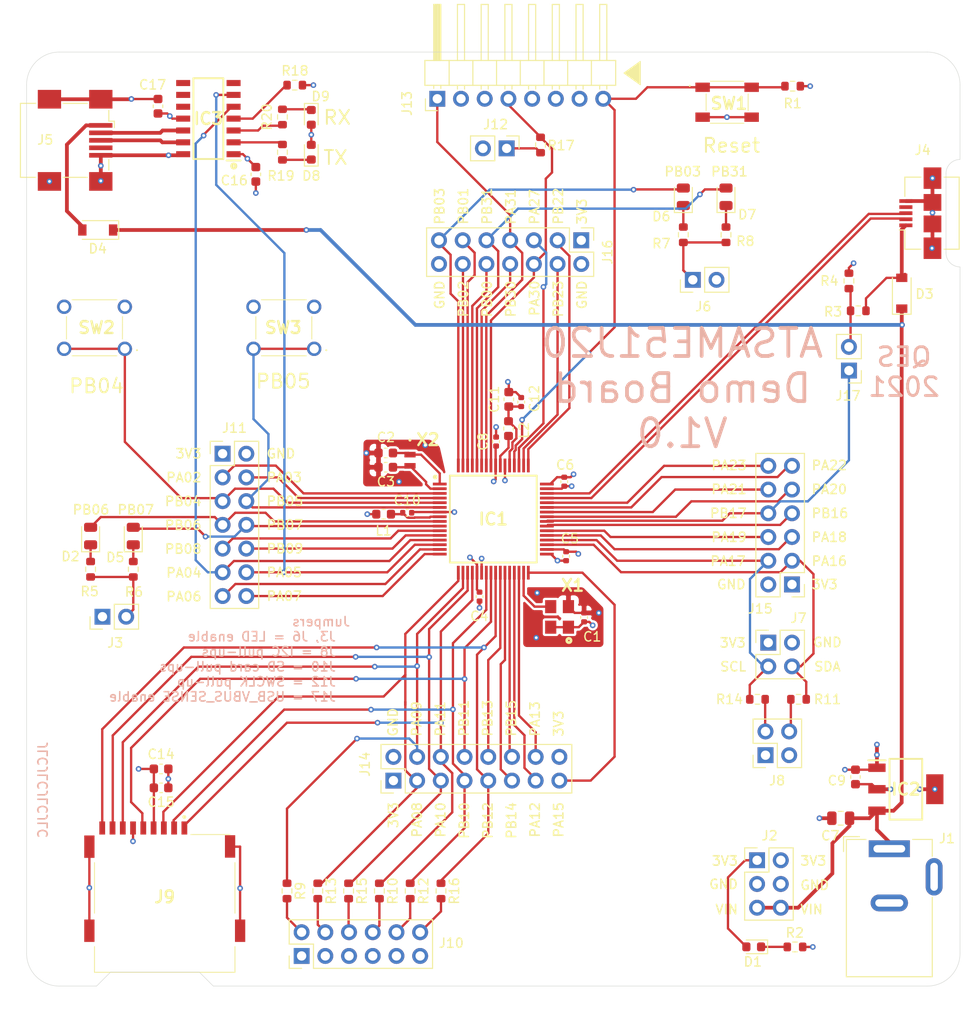
<source format=kicad_pcb>
(kicad_pcb (version 20211014) (generator pcbnew)
  (title_block (title "ATSAME51Demo") (date "2021-10-25") (rev "1.0") (company "QES"))
  (layers (0 "F.Cu" signal) (1 "In1.Cu" signal) (2 "In2.Cu" signal) (31 "B.Cu" signal) (36 "B.SilkS" user "B.Silkscreen") (37 "F.SilkS" user "F.Silkscreen") (38 "B.Mask" user) (39 "F.Mask" user) (44 "Edge.Cuts" user))
  (net 0 "")
  (net 1 "GND")
  (net 2 "VCC3V3")
  (net 3 "XIN32")
  (net 4 "XOUT32")
  (net 5 "VIN")
  (net 6 "VDDANA")
  (net 7 "VDDCORE")
  (net 8 "Net-(D1-Pad1)")
  (net 9 "PB06")
  (net 10 "Net-(D2-Pad1)")
  (net 11 "Net-(D4-Pad2)")
  (net 12 "PB07")
  (net 13 "Net-(D5-Pad1)")
  (net 14 "PB03")
  (net 15 "Net-(D6-Pad1)")
  (net 16 "PB31")
  (net 17 "Net-(D7-Pad1)")
  (net 18 "Net-(D8-Pad1)")
  (net 19 "Net-(D9-Pad1)")
  (net 20 "PB02")
  (net 21 "PB01")
  (net 22 "PB00")
  (net 23 "PB30")
  (net 24 "SWDIO")
  (net 25 "SWCLK")
  (net 26 "VSW")
  (net 27 "RESETN")
  (net 28 "PB23")
  (net 29 "PB22")
  (net 30 "D+")
  (net 31 "D-")
  (net 32 "PA23")
  (net 33 "PA22")
  (net 34 "PA21")
  (net 35 "PA20")
  (net 36 "PB17")
  (net 37 "PB16")
  (net 38 "PA19")
  (net 39 "PA18")
  (net 40 "SERCOM1_PAD1")
  (net 41 "SERCOM1_PAD0")
  (net 42 "PA15")
  (net 43 "XIN")
  (net 44 "PA13")
  (net 45 "PA12")
  (net 46 "PB15")
  (net 47 "PB14")
  (net 48 "PB13")
  (net 49 "SD_CD")
  (net 50 "SD_CLK")
  (net 51 "SD_DAT3")
  (net 52 "SD_DAT2")
  (net 53 "SD_DAT1")
  (net 54 "SD_DAT0")
  (net 55 "SD_CMD")
  (net 56 "PA07")
  (net 57 "PA06")
  (net 58 "RX0")
  (net 59 "TX0")
  (net 60 "PB09")
  (net 61 "PB08")
  (net 62 "PB05")
  (net 63 "PB04")
  (net 64 "PA03")
  (net 65 "PA02")
  (net 66 "Serial_D+")
  (net 67 "Serial_D-")
  (net 68 "Net-(IC3-Pad10)")
  (net 69 "Net-(IC3-Pad9)")
  (net 70 "Net-(IC3-Pad8)")
  (net 71 "Net-(IC3-Pad7)")
  (net 72 "Net-(IC3-Pad4)")
  (net 73 "Net-(IC3-Pad3)")
  (net 74 "Net-(IC3-Pad2)")
  (net 75 "Net-(J3-Pad2)")
  (net 76 "Net-(J4-Pad4)")
  (net 77 "Net-(J5-Pad4)")
  (net 78 "Net-(J6-Pad1)")
  (net 79 "Net-(J8-Pad4)")
  (net 80 "Net-(J8-Pad2)")
  (net 81 "Net-(J10-Pad12)")
  (net 82 "Net-(J10-Pad10)")
  (net 83 "Net-(J10-Pad8)")
  (net 84 "Net-(J10-Pad6)")
  (net 85 "Net-(J10-Pad4)")
  (net 86 "Net-(J10-Pad2)")
  (net 87 "Net-(J12-Pad1)")
  (net 88 "Net-(J13-Pad5)")
  (net 89 "Net-(J13-Pad3)")
  (net 90 "Net-(J13-Pad2)")
  (net 91 "Net-(D3-Pad2)")
  (net 92 "PA27")
  (net 93 "Net-(J17-Pad2)")
  (footprint "Capacitor_SMD:C_0402_1005Metric" (layer "F.Cu") (at 109.725 120.525 90)
    (fp_text reference "C1")
    (fp_text value "100n")
  )
  (footprint "Capacitor_SMD:C_0603_1608Metric" (layer "F.Cu") (at 88.475 102.925 180)
    (fp_text reference "C2")
    (fp_text value "20p")
  )
  (footprint "Capacitor_SMD:C_0603_1608Metric" (layer "F.Cu") (at 88.475 104.45 180)
    (fp_text reference "C3")
    (fp_text value "20p")
  )
  (footprint "Capacitor_SMD:C_0402_1005Metric" (layer "F.Cu") (at 98.525 118.3 -90)
    (fp_text reference "C4")
    (fp_text value "100n")
  )
  (footprint "Capacitor_SMD:C_0402_1005Metric" (layer "F.Cu") (at 107.8 113.975 -90)
    (fp_text reference "C5")
    (fp_text value "100n")
  )
  (footprint "Capacitor_SMD:C_0402_1005Metric" (layer "F.Cu") (at 107.6 106 -90)
    (fp_text reference "C6")
    (fp_text value "100n")
  )
  (footprint "Capacitor_SMD:C_0805_2012Metric" (layer "F.Cu") (at 137.22 142.03 180)
    (fp_text reference "C7")
    (fp_text value "10uF")
  )
  (footprint "Capacitor_SMD:C_0402_1005Metric" (layer "F.Cu") (at 100.3 101.7 90)
    (fp_text reference "C8")
    (fp_text value "100n")
  )
  (footprint "Capacitor_SMD:C_0603_1608Metric" (layer "F.Cu") (at 138.8 137.61 90)
    (fp_text reference "C9")
    (fp_text value "22uF")
  )
  (footprint "Capacitor_SMD:C_0402_1005Metric" (layer "F.Cu") (at 90.775 109.325)
    (fp_text reference "C10")
    (fp_text value "100n")
  )
  (footprint "Capacitor_SMD:C_0603_1608Metric" (layer "F.Cu") (at 101.66 97.18 90)
    (fp_text reference "C11")
    (fp_text value "4.7uF")
  )
  (footprint "Capacitor_SMD:C_0402_1005Metric" (layer "F.Cu") (at 102.99 97.47 90)
    (fp_text reference "C12")
    (fp_text value "100n")
  )
  (footprint "Capacitor_SMD:C_0603_1608Metric" (layer "F.Cu") (at 64.41 136.75 180)
    (fp_text reference "C14")
    (fp_text value "100n")
  )
  (footprint "Capacitor_SMD:C_0603_1608Metric" (layer "F.Cu") (at 64.41 138.776)
    (fp_text reference "C15")
    (fp_text value "10uF")
  )
  (footprint "Capacitor_SMD:C_0603_1608Metric" (layer "F.Cu") (at 74.56 73.09 90)
    (fp_text reference "C16")
    (fp_text value "100n")
  )
  (footprint "Capacitor_SMD:C_0603_1608Metric" (layer "F.Cu") (at 64.08 65.8 90)
    (fp_text reference "C17")
    (fp_text value "220n")
  )
  (footprint "LED_SMD:LED_0603_1608Metric" (layer "F.Cu") (at 127.9 155.8 180)
    (fp_text reference "D1")
    (fp_text value "Red")
  )
  (footprint "LED_SMD:LED_0805_2012Metric" (layer "F.Cu") (at 56.858 111.816 90)
    (fp_text reference "D2")
    (fp_text value "Red")
  )
  (footprint "Diode_SMD:D_SOD-123" (layer "F.Cu") (at 143.76 85.82 90)
    (fp_text reference "D3")
    (fp_text value "MBR0520LT")
  )
  (footprint "Diode_SMD:D_SOD-123" (layer "F.Cu") (at 57.62 79.05 180)
    (fp_text reference "D4")
    (fp_text value "MBR0520LT")
  )
  (footprint "LED_SMD:LED_0805_2012Metric" (layer "F.Cu") (at 61.43 111.816 90)
    (fp_text reference "D5")
    (fp_text value "Yellow")
  )
  (footprint "LED_SMD:LED_0805_2012Metric" (layer "F.Cu") (at 120.358 75.494 90)
    (fp_text reference "D6")
    (fp_text value "Blue")
  )
  (footprint "LED_SMD:LED_0805_2012Metric" (layer "F.Cu") (at 124.93 75.494 90)
    (fp_text reference "D7")
    (fp_text value "Green")
  )
  (footprint "LED_SMD:LED_0603_1608Metric" (layer "F.Cu") (at 80.5 70.72 90)
    (fp_text reference "D8")
    (fp_text value "Green")
  )
  (footprint "LED_SMD:LED_0603_1608Metric" (layer "F.Cu") (at 80.5 66.99 -90)
    (fp_text reference "D9")
    (fp_text value "Yellow")
  )
  (footprint "SamacSys_Parts:QFP50P1200X1200X120-64N" (layer "F.Cu") (at 100 110)
    (fp_text reference "IC1")
    (fp_text value "ATSAME51J20A-AU" hide)
  )
  (footprint "SamacSys_Parts:SOT230P700X180-4N" (layer "F.Cu") (at 144.2 138.925)
    (fp_text reference "IC2")
    (fp_text value "AZ1117IH-3.3TRG1" hide)
  )
  (footprint "SamacSys_Parts:SOIC127P600X175-14N" (layer "F.Cu") (at 69.475 67.125 180)
    (fp_text reference "IC3")
    (fp_text value "MCP2221-I_SL" hide)
  )
  (footprint "Connector_BarrelJack:BarrelJack_Wuerth_6941xx301002" (layer "F.Cu") (at 142.425 145.3)
    (fp_text reference "J1")
    (fp_text value "Barrel_Jack_Switch")
  )
  (footprint "Connector_PinHeader_2.54mm:PinHeader_2x03_P2.54mm_Vertical" (layer "F.Cu") (at 128.26 146.53)
    (fp_text reference "J2")
    (fp_text value "Power")
  )
  (footprint "Connector_PinHeader_2.54mm:PinHeader_1x02_P2.54mm_Vertical" (layer "F.Cu") (at 58.128 120.452 90)
    (fp_text reference "J3")
    (fp_text value "Conn_01x02")
  )
  (footprint "Connector_USB:USB_Micro-B_Amphenol_10104110_Horizontal" (layer "F.Cu") (at 145.75 77.25 90)
    (fp_text reference "J4")
    (fp_text value "USB_B_Micro")
  )
  (footprint "Connector_USB:USB_Mini-B_Wuerth_65100516121_Horizontal" (layer "F.Cu") (at 55.35 69.45 -90)
    (fp_text reference "J5")
    (fp_text value "USB_B_Mini")
  )
  (footprint "Connector_PinHeader_2.54mm:PinHeader_1x02_P2.54mm_Vertical" (layer "F.Cu") (at 121.374 84.384 90)
    (fp_text reference "J6")
    (fp_text value "Conn_01x02")
  )
  (footprint "Connector_PinHeader_2.54mm:PinHeader_2x02_P2.54mm_Vertical" (layer "F.Cu") (at 129.46 123.23)
    (fp_text reference "J7")
    (fp_text value "Conn_02x02_Odd_Even")
  )
  (footprint "Connector_PinHeader_2.54mm:PinHeader_2x02_P2.54mm_Vertical" (layer "F.Cu") (at 129.16 135.28 90)
    (fp_text reference "J8")
    (fp_text value "Conn_02x02_Odd_Even")
  )
  (footprint "SamacSys_Parts:MEM20750014001A" (layer "F.Cu") (at 64.8 150.8)
    (fp_text reference "J9")
    (fp_text value "Micro SD Card" hide)
  )
  (footprint "Connector_PinHeader_2.54mm:PinHeader_2x06_P2.54mm_Vertical" (layer "F.Cu") (at 79.464 156.774 90)
    (fp_text reference "J10")
    (fp_text value "Conn_02x06_Odd_Even")
  )
  (footprint "Connector_PinHeader_2.54mm:PinHeader_2x07_P2.54mm_Vertical" (layer "F.Cu") (at 71 103)
    (fp_text reference "J11")
    (fp_text value "Conn_02x07_Odd_Even")
  )
  (footprint "Connector_PinHeader_2.54mm:PinHeader_1x02_P2.54mm_Vertical" (layer "F.Cu") (at 101.43 70.31 -90)
    (fp_text reference "J12")
    (fp_text value "Conn_01x02")
  )
  (footprint "Connector_PinHeader_2.54mm:PinHeader_1x08_P2.54mm_Horizontal" (layer "F.Cu") (at 94 65 90)
    (fp_text reference "J13")
    (fp_text value "Conn_01x08")
  )
  (footprint "Connector_PinHeader_2.54mm:PinHeader_2x08_P2.54mm_Vertical" (layer "F.Cu") (at 89.3 138 90)
    (fp_text reference "J14")
    (fp_text value "Conn_02x08_Odd_Even")
  )
  (footprint "Connector_PinHeader_2.54mm:PinHeader_2x06_P2.54mm_Vertical" (layer "F.Cu") (at 132 117 180)
    (fp_text reference "J15")
    (fp_text value "Conn_02x06_Odd_Even")
  )
  (footprint "Inductor_SMD:L_0603_1608Metric" (layer "F.Cu") (at 88.25 109.475 180)
    (fp_text reference "L1")
    (fp_text value "470R")
  )
  (footprint "Inductor_SMD:L_0603_1608Metric" (layer "F.Cu") (at 101.63 100.31 -90)
    (fp_text reference "L2")
    (fp_text value "10uH")
  )
  (footprint "Resistor_SMD:R_0603_1608Metric" (layer "F.Cu") (at 132.07 63.65 180)
    (fp_text reference "R1")
    (fp_text value "100k")
  )
  (footprint "Resistor_SMD:R_0603_1608Metric" (layer "F.Cu") (at 132.32 155.81)
    (fp_text reference "R2")
    (fp_text value "220R")
  )
  (footprint "Resistor_SMD:R_0603_1608Metric" (layer "F.Cu") (at 56.858 115.372 -90)
    (fp_text reference "R5")
    (fp_text value "220R")
  )
  (footprint "Resistor_SMD:R_0603_1608Metric" (layer "F.Cu") (at 61.43 115.372 -90)
    (fp_text reference "R6")
    (fp_text value "220R")
  )
  (footprint "Resistor_SMD:R_0603_1608Metric" (layer "F.Cu") (at 120.358 79.558 -90)
    (fp_text reference "R7")
    (fp_text value "62R")
  )
  (footprint "Resistor_SMD:R_0603_1608Metric" (layer "F.Cu") (at 124.93 79.558 -90)
    (fp_text reference "R8")
    (fp_text value "220R")
  )
  (footprint "Resistor_SMD:R_0603_1608Metric" (layer "F.Cu") (at 77.9 149.816 -90)
    (fp_text reference "R9")
    (fp_text value "100k")
  )
  (footprint "Resistor_SMD:R_0603_1608Metric" (layer "F.Cu") (at 87.7976 149.816 -90)
    (fp_text reference "R10")
    (fp_text value "100k")
  )
  (footprint "Resistor_SMD:R_0603_1608Metric" (layer "F.Cu") (at 132.7 129.297501 180)
    (fp_text reference "R11")
    (fp_text value "4k7")
  )
  (footprint "Resistor_SMD:R_0603_1608Metric" (layer "F.Cu") (at 91.0968 149.816 -90)
    (fp_text reference "R12")
    (fp_text value "100k")
  )
  (footprint "Resistor_SMD:R_0603_1608Metric" (layer "F.Cu") (at 81.1992 149.816 -90)
    (fp_text reference "R13")
    (fp_text value "10k")
  )
  (footprint "Resistor_SMD:R_0603_1608Metric" (layer "F.Cu") (at 128.3 129.297501)
    (fp_text reference "R14")
    (fp_text value "4k7")
  )
  (footprint "Resistor_SMD:R_0603_1608Metric" (layer "F.Cu") (at 84.4984 149.816 -90)
    (fp_text reference "R15")
    (fp_text value "100k")
  )
  (footprint "Resistor_SMD:R_0603_1608Metric" (layer "F.Cu") (at 94.396 149.816 -90)
    (fp_text reference "R16")
    (fp_text value "10k")
  )
  (footprint "Resistor_SMD:R_0603_1608Metric" (layer "F.Cu") (at 105.06 69.95 90)
    (fp_text reference "R17")
    (fp_text value "10k")
  )
  (footprint "Resistor_SMD:R_0603_1608Metric" (layer "F.Cu") (at 78.73 63.54 180)
    (fp_text reference "R18")
    (fp_text value "10k")
  )
  (footprint "Resistor_SMD:R_0603_1608Metric" (layer "F.Cu") (at 77.41 70.72 -90)
    (fp_text reference "R19")
    (fp_text value "220R")
  )
  (footprint "Resistor_SMD:R_0603_1608Metric" (layer "F.Cu") (at 77.41 66.95 90)
    (fp_text reference "R20")
    (fp_text value "220R")
  )
  (footprint "SamacSys_Parts:PTS647SK38SMTR2LFS" (layer "F.Cu") (at 125.05 65.37)
    (fp_text reference "SW1")
    (fp_text value "SW_MEC_5E" hide)
  )
  (footprint "SamacSys_Parts:FSM16JH" (layer "F.Cu") (at 60.525 91.77)
    (fp_text reference "SW2")
    (fp_text value "SW_MEC_5E" hide)
  )
  (footprint "SamacSys_Parts:FSM16JH" (layer "F.Cu") (at 80.81 91.77)
    (fp_text reference "SW3")
    (fp_text value "SW_MEC_5E" hide)
  )
  (footprint "SamacSys_Parts:ASTMUPCE3312000MHZLJET" (layer "F.Cu") (at 107.1 120.475 90)
    (fp_text reference "X1")
    (fp_text value "12 MHz" hide)
  )
  (footprint "SamacSys_Parts:CM9VT1A" (layer "F.Cu") (at 91.075 103.7 -90)
    (fp_text reference "X2")
    (fp_text value "32.768 kHz 12.5 pF" hide)
  )
  (footprint "Connector_PinHeader_2.54mm:PinHeader_2x07_P2.54mm_Vertical" (layer "F.Cu") (at 109.425 80.15 -90)
    (fp_text reference "J16")
    (fp_text value "Conn_02x07_Odd_Even")
  )
  (footprint "Connector_PinHeader_2.54mm:PinHeader_1x02_P2.54mm_Vertical" (layer "F.Cu") (at 138.1 94.1 180)
    (fp_text reference "J17")
    (fp_text value "Conn_01x02")
  )
  (footprint "Resistor_SMD:R_0603_1608Metric" (layer "F.Cu") (at 139.1 87.7 180)
    (fp_text reference "R3")
    (fp_text value "15k")
  )
  (footprint "Resistor_SMD:R_0603_1608Metric" (layer "F.Cu") (at 138.1 84.5 90)
    (fp_text reference "R4")
    (fp_text value "22k")
  )
  (gr_poly (pts (xy 115.75 63.5) (xy 114 62.25) (xy 115.75 61)) (layer "F.SilkS") (width 0.1) (fill solid))
  (gr_circle (center 108.1 123) (end 108.323607 123) (layer "F.SilkS") (width 0.3) (fill none))
  (gr_circle (center 72.2 72.2) (end 72.423607 72.2) (layer "F.SilkS") (width 0.3) (fill none))
  (gr_arc (start 50 63.5) (mid 51.025126 61.025126) (end 53.5 60) (layer "Edge.Cuts") (width 0.05))
  (gr_arc (start 150 83) (mid 148.93934 82.56066) (end 148.5 81.5) (layer "Edge.Cuts") (width 0.05))
  (gr_line (start 148.5 81.5) (end 148.5 73) (layer "Edge.Cuts") (width 0.05))
  (gr_line (start 150 63.5) (end 150 71.5) (layer "Edge.Cuts") (width 0.05))
  (gr_line (start 53.5 160) (end 57.5 160) (layer "Edge.Cuts") (width 0.05))
  (gr_arc (start 150 156.5) (mid 148.974874 158.974874) (end 146.5 160) (layer "Edge.Cuts") (width 0.05))
  (gr_line (start 146.5 60) (end 53.5 60) (layer "Edge.Cuts") (width 0.05))
  (gr_line (start 50 63.5) (end 50 156.5) (layer "Edge.Cuts") (width 0.05))
  (gr_line (start 59 158.5) (end 57.5 160) (layer "Edge.Cuts") (width 0.05))
  (gr_line (start 150 156.5) (end 150 83) (layer "Edge.Cuts") (width 0.05))
  (gr_arc (start 53.5 160) (mid 51.025126 158.974874) (end 50 156.5) (layer "Edge.Cuts") (width 0.05))
  (gr_arc (start 148.5 73) (mid 148.93934 71.93934) (end 150 71.5) (layer "Edge.Cuts") (width 0.05))
  (gr_line (start 68.5 158.5) (end 59 158.5) (layer "Edge.Cuts") (width 0.05))
  (gr_arc (start 146.5 60) (mid 148.974874 61.025126) (end 150 63.5) (layer "Edge.Cuts") (width 0.05))
  (gr_line (start 70 160) (end 68.5 158.5) (layer "Edge.Cuts") (width 0.05))
  (gr_line (start 70 160) (end 146.5 160) (layer "Edge.Cuts") (width 0.05))
  (gr_text "Jumpers\n  J3, J6 = LED enable\n  J8 = I2C pull-ups\n  J10 = SD card pull-ups\n  J12 = SWCLK pull-up\n  J17 = USB_VBUS_SENSE enable" (at 84.75 125) (layer "B.SilkS") (effects (font (size 1 1) (thickness 0.16)) (justify left mirror)))
  (gr_text "ATSAME51J20\nDemo Board\nV1.0" (at 120.25 96) (layer "B.SilkS") (effects (font (size 3 3) (thickness 0.4)) (justify mirror)))
  (gr_text "JLCJLCJLCJLC" (at 51.75 139 90) (layer "B.SilkS") (effects (font (size 1 1) (thickness 0.16)) (justify mirror)))
  (gr_text "QES\n2021" (at 144 94.25) (layer "B.SilkS") (effects (font (size 2 2) (thickness 0.3)) (justify mirror)))
  (gr_text "SDA" (at 135.8 125.8) (layer "F.SilkS") (effects (font (size 1 1) (thickness 0.16))))
  (gr_text "RX" (at 83.278571 67) (layer "F.SilkS") (effects (font (size 1.5 1.5) (thickness 0.2))))
  (gr_text "3V3" (at 124.809523 146.6) (layer "F.SilkS") (effects (font (size 1 1) (thickness 0.16))))
  (gr_text "VIN" (at 125 151.8) (layer "F.SilkS") (effects (font (size 1 1) (thickness 0.16))))
  (gr_text "GND" (at 124.666666 149.1) (layer "F.SilkS") (effects (font (size 1 1) (thickness 0.16))))
  (gr_text "PA22" (at 136 104.25) (layer "F.SilkS") (effects (font (size 1 1) (thickness 0.16))))
  (gr_text "PA18" (at 136 111.9375) (layer "F.SilkS") (effects (font (size 1 1) (thickness 0.16))))
  (gr_text "PB10" (at 96.885713 142.271428 90) (layer "F.SilkS") (effects (font (size 1 1) (thickness 0.16))))
  (gr_text "PB05" (at 77.678572 108.083332) (layer "F.SilkS") (effects (font (size 1 1) (thickness 0.16))))
  (gr_text "GND" (at 94.25 86 90) (layer "F.SilkS") (effects (font (size 1 1) (thickness 0.16))))
  (gr_text "PB02" (at 96.791666 86.428571 90) (layer "F.SilkS") (effects (font (size 1 1) (thickness 0.16))))
  (gr_text "3V3" (at 109.5 77.071429 90) (layer "F.SilkS") (effects (font (size 1 1) (thickness 0.16))))
  (gr_text "PA17" (at 125.142857 114.5) (layer "F.SilkS") (effects (font (size 1 1) (thickness 0.16))))
  (gr_text "PB14" (at 101.942855 142.271428 90) (layer "F.SilkS") (effects (font (size 1 1) (thickness 0.16))))
  (gr_text "PB04" (at 57.5 95.75) (layer "F.SilkS") (effects (font (size 1.5 1.5) (thickness 0.2))))
  (gr_text "PB12" (at 99.414284 142.271428 90) (layer "F.SilkS") (effects (font (size 1 1) (thickness 0.16))))
  (gr_text "PB13" (at 99.392856 131.321428 90) (layer "F.SilkS") (effects (font (size 1 1) (thickness 0.16))))
  (gr_text "PA07" (at 77.607143 118.25) (layer "F.SilkS") (effects (font (size 1 1) (thickness 0.16))))
  (gr_text "PA23" (at 125.25 104.25) (layer "F.SilkS") (effects (font (size 1 1) (thickness 0.16))))
  (gr_text "PB05" (at 77.5 95.25) (layer "F.SilkS") (effects (font (size 1.5 1.5) (thickness 0.2))))
  (gr_text "GND" (at 77.25 103) (layer "F.SilkS") (effects (font (size 1 1) (thickness 0.16))))
  (gr_text "GND" (at 109.5 86 90) (layer "F.SilkS") (effects (font (size 1 1) (thickness 0.16))))
  (gr_text "3V3" (at 134.290476 146.6) (layer "F.SilkS") (effects (font (size 1 1) (thickness 0.16))))
  (gr_text "3V3" (at 125.65 123.25) (layer "F.SilkS") (effects (font (size 1 1) (thickness 0.16))))
  (gr_text "PA21" (at 125.25 106.8125) (layer "F.SilkS") (effects (font (size 1 1) (thickness 0.16))))
  (gr_text "PA03" (at 77.607143 105.541666) (layer "F.SilkS") (effects (font (size 1 1) (thickness 0.16))))
  (gr_text "PB16" (at 136.071429 109.375) (layer "F.SilkS") (effects (font (size 1 1) (thickness 0.16))))
  (gr_text "PB23" (at 106.95833 86.428571 90) (layer "F.SilkS") (effects (font (size 1 1) (thickness 0.16))))
  (gr_text "PA02" (at 66.85 105.55) (layer "F.SilkS") (effects (font (size 1 1) (thickness 0.16))))
  (gr_text "PB03" (at 120.3 72.8) (layer "F.SilkS") (effects (font (size 1 1) (thickness 0.16))))
  (gr_text "PA19" (at 125.25 111.9375) (layer "F.SilkS") (effects (font (size 1 1) (thickness 0.16))))
  (gr_text "PA08" (at 91.828571 142.2 90) (layer "F.SilkS") (effects (font (size 1 1) (thickness 0.16))))
  (gr_text "PB03" (at 94.25 76.5 90) (layer "F.SilkS") (effects (font (size 1 1) (thickness 0.16))))
  (gr_text "PB00" (at 99.333332 86.428571 90) (layer "F.SilkS") (effects (font (size 1 1) (thickness 0.16))))
  (gr_text "3V3" (at 89.3 141.7 90) (layer "F.SilkS") (effects (font (size 1 1) (thickness 0.16))))
  (gr_text "PA30" (at 104.416664 86.357143 90) (layer "F.SilkS") (effects (font (size 1 1) (thickness 0.16))))
  (gr_text "VIN" (at 134.1 151.8) (layer "F.SilkS") (effects (font (size 1 1) (thickness 0.16))))
  (gr_text "PB31" (at 99.333332 76.5 90) (layer "F.SilkS") (effects (font (size 1 1) (thickness 0.16))))
  (gr_text "PB06" (at 56.9 109) (layer "F.SilkS") (effects (font (size 1 1) (thickness 0.16))))
  (gr_text "SCL" (at 125.7 125.8) (layer "F.SilkS") (effects (font (size 1 1) (thickness 0.16))))
  (gr_text "PA31" (at 101.874998 76.571429 90) (layer "F.SilkS") (effects (font (size 1 1) (thickness 0.16))))
  (gr_text "PB09" (at 77.678572 113.166664) (layer "F.SilkS") (effects (font (size 1 1) (thickness 0.16))))
  (gr_text "PB04" (at 66.778572 108.1) (layer "F.SilkS") (effects (font (size 1 1) (thickness 0.16))))
  (gr_text "PA11" (at 94.321428 131.392857 90) (layer "F.SilkS") (effects (font (size 1 1) (thickness 0.16))))
  (gr_text "PB06" (at 66.778572 110.65) (layer "F.SilkS") (effects (font (size 1 1) (thickness 0.16))))
  (gr_text "TX" (at 83.1 71.3) (layer "F.SilkS") (effects (font (size 1.5 1.5) (thickness 0.2))))
  (gr_text "PA13" (at 104.464284 131.392857 90) (layer "F.SilkS") (effects (font (size 1 1) (thickness 0.16))))
  (gr_text "3V3" (at 135.5 117) (layer "F.SilkS") (effects (font (size 1 1) (thickness 0.16))))
  (gr_text "3V3" (at 107 131.892857 90) (layer "F.SilkS") (effects (font (size 1 1) (thickness 0.16))))
  (gr_text "PA10" (at 94.357142 142.2 90) (layer "F.SilkS") (effects (font (size 1 1) (thickness 0.16))))
  (gr_text "PB15" (at 101.92857 131.321428 90) (layer "F.SilkS") (effects (font (size 1 1) (thickness 0.16))))
  (gr_text "PB08" (at 66.778572 113.2) (layer "F.SilkS") (effects (font (size 1 1) (thickness 0.16))))
  (gr_text "PA06" (at 66.85 118.3) (layer "F.SilkS") (effects (font (size 1 1) (thickness 0.16))))
  (gr_text "Reset" (at 125.5 70) (layer "F.SilkS") (effects (font (size 1.5 1.5) (thickness 0.2))))
  (gr_text "PB01" (at 96.791666 76.5 90) (layer "F.SilkS") (effects (font (size 1 1) (thickness 0.16))))
  (gr_text "PB31" (at 125.3 72.8) (layer "F.SilkS") (effects (font (size 1 1) (thickness 0.16))))
  (gr_text "PA09" (at 91.785714 131.392857 90) (layer "F.SilkS") (effects (font (size 1 1) (thickness 0.16))))
  (gr_text "PB07" (at 61.7 109) (layer "F.SilkS") (effects (font (size 1 1) (thickness 0.16))))
  (gr_text "PB22" (at 106.95833 76.5 90) (layer "F.SilkS") (effects (font (size 1 1) (thickness 0.16))))
  (gr_text "PA12" (at 104.471426 142.2 90) (layer "F.SilkS") (effects (font (size 1 1) (thickness 0.16))))
  (gr_text "PA27" (at 104.416664 76.571429 90) (layer "F.SilkS") (effects (font (size 1 1) (thickness 0.16))))
  (gr_text "PA20" (at 136 106.8125) (layer "F.SilkS") (effects (font (size 1 1) (thickness 0.16))))
  (gr_text "GND" (at 89.25 131.75 90) (layer "F.SilkS") (effects (font (size 1 1) (thickness 0.16))))
  (gr_text "GND" (at 134.433333 149.2) (layer "F.SilkS") (effects (font (size 1 1) (thickness 0.16))))
  (gr_text "PB07" (at 77.678572 110.624998) (layer "F.SilkS") (effects (font (size 1 1) (thickness 0.16))))
  (gr_text "PB11" (at 96.857142 131.321428 90) (layer "F.SilkS") (effects (font (size 1 1) (thickness 0.16))))
  (gr_text "3V3" (at 67.35 103) (layer "F.SilkS") (effects (font (size 1 1) (thickness 0.16))))
  (gr_text "PA16" (at 136 114.5) (layer "F.SilkS") (effects (font (size 1 1) (thickness 0.16))))
  (gr_text "PA15" (at 107 142.2 90) (layer "F.SilkS") (effects (font (size 1 1) (thickness 0.16))))
  (gr_text "PA04" (at 66.85 115.75) (layer "F.SilkS") (effects (font (size 1 1) (thickness 0.16))))
  (gr_text "GND" (at 125.5 117) (layer "F.SilkS") (effects (font (size 1 1) (thickness 0.16))))
  (gr_text "PA05" (at 77.607143 115.70833) (layer "F.SilkS") (effects (font (size 1 1) (thickness 0.16))))
  (gr_text "GND" (at 135.792857 123.2) (layer "F.SilkS") (effects (font (size 1 1) (thickness 0.16))))
  (gr_text "PB17" (at 125.178572 109.375) (layer "F.SilkS") (effects (font (size 1 1) (thickness 0.16))))
  (gr_text "PB30" (at 101.874998 86.428571 90) (layer "F.SilkS") (effects (font (size 1 1) (thickness 0.16))))
  (segment (start 106.875 114.45) (end 106.88 114.455) (width 0.25) (layer "F.Cu") (net 1))
  (segment (start 57.95 72.17) (end 57.95 73.79) (width 0.4) (layer "F.Cu") (net 1))
  (segment (start 57.95 73.79) (end 57.95 73.85) (width 0.4) (layer "F.Cu") (net 1))
  (segment (start 65.21 71.05) (end 66.66 71.05) (width 0.4) (layer "F.Cu") (net 1))
  (segment (start 125.03 66.97) (end 127.675 66.97) (width 0.25) (layer "F.Cu") (net 1))
  (segment (start 147.05 77.2) (end 147.05 81) (width 0.4) (layer "F.Cu") (net 1))
  (segment (start 65.185 137.815) (end 65.185 136.75) (width 0.25) (layer "F.Cu") (net 1))
  (segment (start 56.725 149.475) (end 56.725 154.075) (width 0.25) (layer "F.Cu") (net 1))
  (segment (start 72.875 149.525) (end 72.875 154.075) (width 0.25) (layer "F.Cu") (net 1))
  (segment (start 71.825 145.075) (end 71.8 145.05) (width 0.25) (layer "F.Cu") (net 1))
  (segment (start 74.56 73.865) (end 74.56 75.09) (width 0.25) (layer "F.Cu") (net 1))
  (segment (start 98.75 115.738) (end 98.75 114.22) (width 0.25) (layer "F.Cu") (net 1))
  (segment (start 108.72 120.045) (end 108.05 119.375) (width 0.25) (layer "F.Cu") (net 1))
  (segment (start 136.27 142.03) (end 134.94 142.03) (width 0.4) (layer "F.Cu") (net 1))
  (segment (start 106.88 114.455) (end 107.8 114.455) (width 0.25) (layer "F.Cu") (net 1))
  (segment (start 61.2 65.05) (end 61.225 65.025) (width 0.4) (layer "F.Cu") (net 1))
  (segment (start 140.89 136.835) (end 141.1 136.625) (width 0.25) (layer "F.Cu") (net 1))
  (segment (start 106.175 113.75) (end 106.875 114.45) (width 0.25) (layer "F.Cu") (net 1))
  (segment (start 87.7 104.45) (end 87.7 102.925) (width 0.25) (layer "F.Cu") (net 1))
  (segment (start 66.66 71.05) (end 66.775 70.935) (width 0.4) (layer "F.Cu") (net 1))
  (segment (start 72.875 145.075) (end 72.875 149.525) (width 0.25) (layer "F.Cu") (net 1))
  (segment (start 56.725 145.075) (end 56.725 149.475) (width 0.25) (layer "F.Cu") (net 1))
  (segment (start 101.66 96.405) (end 102.405 96.405) (width 0.25) (layer "F.Cu") (net 1))
  (segment (start 146.9 75.95) (end 147.05 76.1) (width 0.4) (layer "F.Cu") (net 1))
  (segment (start 122.425 66.97) (end 125.03 66.97) (width 0.25) (layer "F.Cu") (net 1))
  (segment (start 57.95 71.05) (end 65.21 71.05) (width 0.4) (layer "F.Cu") (net 1))
  (segment (start 138.8 136.835) (end 137.665 136.835) (width 0.25) (layer "F.Cu") (net 1))
  (segment (start 101.66 96.405) (end 101.66 95.404) (width 0.25) (layer "F.Cu") (net 1))
  (segment (start 64.08 65.025) (end 61.225 65.025) (width 0.25) (layer "F.Cu") (net 1))
  (segment (start 107.6 106.48) (end 108.395 106.48) (width 0.25) (layer "F.Cu") (net 1))
  (segment (start 61.405 143.075) (end 61.405 144.495) (width 0.25) (layer "F.Cu") (net 1))
  (segment (start 94.262 109.25) (end 91.33 109.25) (width 0.25) (layer "F.Cu") (net 1))
  (segment (start 57.95 71.05) (end 57.95 72.17) (width 0.4) (layer "F.Cu") (net 1))
  (segment (start 138.1 83.1) (end 138.6 82.6) (width 0.25) (layer "F.Cu") (net 1))
  (segment (start 72.875 145.075) (end 71.825 145.075) (width 0.25) (layer "F.Cu") (net 1))
  (segment (start 98.525 118.78) (end 98.525 119.5) (width 0.25) (layer "F.Cu") (net 1))
  (segment (start 94.262 109.25) (end 95.83 109.25) (width 0.25) (layer "F.Cu") (net 1))
  (segment (start 105.738 106.75) (end 107.33 106.75) (width 0.25) (layer "F.Cu") (net 1))
  (segment (start 137.665 136.835) (end 137.67 136.83) (width 0.25) (layer "F.Cu") (net 1))
  (segment (start 144.2 75.95) (end 146.9 75.95) (width 0.4) (layer "F.Cu") (net 1))
  (segment (start 65.185 138.776) (end 65.185 137.815) (width 0.25) (layer "F.Cu") (net 1))
  (segment (start 138.1 83.675) (end 138.1 83.1) (width 0.25) (layer "F.Cu") (net 1))
  (segment (start 141.1 135.24) (end 141.1 134.14) (width 0.4) (layer "F.Cu") (net 1))
  (segment (start 61.405 144.495) (end 61.4 144.5) (width 0.25) (layer "F.Cu") (net 1))
  (segment (start 101.66 95.404) (end 101.562 95.306) (width 0.25) (layer "F.Cu") (net 1))
  (segment (start 100.3 101.22) (end 100.3 100.14) (width 0.25) (layer "F.Cu") (net 1))
  (segment (start 133.145 155.81) (end 134.23 155.81) (width 0.25) (layer "F.Cu") (net 1))
  (segment (start 138.8 136.835) (end 140.89 136.835) (width 0.25) (layer "F.Cu") (net 1))
  (segment (start 52.45 65.05) (end 61.2 65.05) (width 0.4) (layer "F.Cu") (net 1))
  (segment (start 91.33 109.25) (end 91.255 109.325) (width 0.25) (layer "F.Cu") (net 1))
  (segment (start 134.26 155.81) (end 134.23 155.81) (width 0.25) (layer "F.Cu") (net 1))
  (segment (start 107.33 106.75) (end 107.6 106.48) (width 0.25) (layer "F.Cu") (net 1))
  (segment (start 102.405 96.405) (end 102.99 96.99) (width 0.25) (layer "F.Cu") (net 1))
  (segment (start 101.25 104.262) (end 101.25 105.87) (width 0.25) (layer "F.Cu") (net 1))
  (segment (start 109.725 120.045) (end 108.72 120.045) (width 0.25) (layer "F.Cu") (net 1))
  (segment (start 141.1 136.625) (end 141.1 135.24) (width 0.4) (layer "F.Cu") (net 1))
  (segment (start 105.738 113.75) (end 106.175 113.75) (width 0.25) (layer "F.Cu") (net 1))
  (segment (start 147.05 73.5) (end 147.05 77.2) (width 0.4) (layer "F.Cu") (net 1))
  (via (at 104.7 117.9) (size 0.6) (drill 0.3) (layers "F.Cu" "B.Cu") (net 1))
  (via (at 106.875 114.45) (size 0.6) (drill 0.3) (layers "F.Cu" "B.Cu") (net 1))
  (via (at 65.185 137.815) (size 0.6) (drill 0.3) (layers "F.Cu" "B.Cu") (net 1))
  (via (at 141.1 135.24) (size 0.6) (drill 0.3) (layers "F.Cu" "B.Cu") (net 1))
  (via (at 72.875 149.525) (size 0.6) (drill 0.3) (layers "F.Cu" "B.Cu") (net 1))
  (via (at 138.6 82.6) (size 0.6) (drill 0.3) (layers "F.Cu" "B.Cu") (net 1))
  (via (at 61.4 144.5) (size 0.6) (drill 0.3) (layers "F.Cu" "B.Cu") (net 1))
  (via (at 65.21 71.05) (size 0.6) (drill 0.3) (layers "F.Cu" "B.Cu") (net 1))
  (via (at 134.23 155.81) (size 0.6) (drill 0.3) (layers "F.Cu" "B.Cu") (net 1))
  (via (at 52.45 73.85) (size 0.6) (drill 0.3) (layers "F.Cu" "B.Cu") (net 1))
  (via (at 98.75 114.22) (size 0.6) (drill 0.3) (layers "F.Cu" "B.Cu") (net 1))
  (via (at 147 81) (size 0.6) (drill 0.3) (layers "F.Cu" "B.Cu") (net 1))
  (via (at 74.56 75.09) (size 0.6) (drill 0.3) (layers "F.Cu" "B.Cu") (net 1))
  (via (at 108.395 106.48) (size 0.6) (drill 0.3) (layers "F.Cu" "B.Cu") (net 1))
  (via (at 92.7 102.1) (size 0.6) (drill 0.3) (layers "F.Cu" "B.Cu") (net 1))
  (via (at 104.6 122.7) (size 0.6) (drill 0.3) (layers "F.Cu" "B.Cu") (net 1))
  (via (at 134.94 142.03) (size 0.6) (drill 0.3) (layers "F.Cu" "B.Cu") (net 1))
  (via (at 57.95 73.79) (size 0.6) (drill 0.3) (layers "F.Cu" "B.Cu") (net 1))
  (via (at 57.95 72.17) (size 0.6) (drill 0.3) (layers "F.Cu" "B.Cu") (net 1))
  (via (at 141.1 134.14) (size 0.6) (drill 0.3) (layers "F.Cu" "B.Cu") (net 1))
  (via (at 100.3 100.14) (size 0.6) (drill 0.3) (layers "F.Cu" "B.Cu") (net 1))
  (via (at 56.725 149.475) (size 0.6) (drill 0.3) (layers "F.Cu" "B.Cu") (net 1))
  (via (at 111.3 120.045) (size 0.6) (drill 0.3) (layers "F.Cu" "B.Cu") (net 1))
  (via (at 101.562 95.306) (size 0.6) (drill 0.3) (layers "F.Cu" "B.Cu") (net 1))
  (via (at 147.050084 73.5) (size 0.6) (drill 0.3) (layers "F.Cu" "B.Cu") (net 1))
  (via (at 137.67 136.83) (size 0.6) (drill 0.3) (layers "F.Cu" "B.Cu") (net 1))
  (via (at 61.225 65.025) (size 0.6) (drill 0.3) (layers "F.Cu" "B.Cu") (net 1))
  (via (at 147.05 77.2) (size 0.6) (drill 0.3) (layers "F.Cu" "B.Cu") (net 1))
  (via (at 89.9 106) (size 0.6) (drill 0.3) (layers "F.Cu" "B.Cu") (net 1))
  (via (at 98.525 119.5) (size 0.6) (drill 0.3) (layers "F.Cu" "B.Cu") (net 1))
  (via (at 101.25 105.87) (size 0.6) (drill 0.3) (layers "F.Cu" "B.Cu") (net 1))
  (via (at 86.4 102.925) (size 0.6) (drill 0.3) (layers "F.Cu" "B.Cu") (net 1))
  (via (at 125.03 66.97) (size 0.6) (drill 0.3) (layers "F.Cu" "B.Cu") (net 1))
  (via (at 95.83 109.25) (size 0.6) (drill 0.3) (layers "F.Cu" "B.Cu") (net 1))
  (segment (start 147.3 138.925) (end 145.674994 138.925) (width 0.4) (layer "F.Cu") (net 2))
  (segment (start 80.5 68.85) (end 80.5 69.9325) (width 0.25) (layer "F.Cu") (net 2))
  (segment (start 73.6625 71.4175) (end 74.56 72.315) (width 0.25) (layer "F.Cu") (net 2))
  (segment (start 65.345 66.855) (end 65.615 67.125) (width 0.25) (layer "F.Cu") (net 2))
  (segment (start 98.25 117.545) (end 98.525 117.82) (width 0.25) (layer "F.Cu") (net 2))
  (segment (start 98.25 115.738) (end 98.25 114.854) (width 0.25) (layer "F.Cu") (net 2))
  (segment (start 108.28 105.52) (end 108.6 105.2) (width 0.25) (layer "F.Cu") (net 2))
  (segment (start 141.1 138.925) (end 142.565 138.925) (width 0.4) (layer "F.Cu") (net 2))
  (segment (start 109.155 121.575) (end 109.725 121.005) (width 0.25) (layer "F.Cu") (net 2))
  (segment (start 138.8 138.385) (end 140.56 138.385) (width 0.25) (layer "F.Cu") (net 2))
  (segment (start 100.25 102.23) (end 100.3 102.18) (width 0.25) (layer "F.Cu") (net 2))
  (segment (start 72.175 70.935) (end 73.18 70.935) (width 0.25) (layer "F.Cu") (net 2))
  (segment (start 65.065 66.575) (end 65.345 66.855) (width 0.25) (layer "F.Cu") (net 2))
  (segment (start 100.25 104.262) (end 100.25 102.23) (width 0.25) (layer "F.Cu") (net 2))
  (segment (start 63.635 136.75) (end 62 136.75) (width 0.25) (layer "F.Cu") (net 2))
  (segment (start 126.98 146.53) (end 125.14 148.37) (width 0.25) (layer "F.Cu") (net 2))
  (segment (start 63.635 138.776) (end 63.635 143.045) (width 0.25) (layer "F.Cu") (net 2))
  (segment (start 110.28 121.005) (end 110.65 121.375) (width 0.25) (layer "F.Cu") (net 2))
  (segment (start 108.05 121.575) (end 109.155 121.575) (width 0.25) (layer "F.Cu") (net 2))
  (segment (start 108.875 113.495) (end 109.11 113.73) (width 0.25) (layer "F.Cu") (net 2))
  (segment (start 98.25 114.854) (end 97.498 114.102) (width 0.25) (layer "F.Cu") (net 2))
  (segment (start 63.555 138.856) (end 63.635 138.776) (width 0.25) (layer "F.Cu") (net 2))
  (segment (start 128.26 146.53) (end 126.98 146.53) (width 0.25) (layer "F.Cu") (net 2))
  (segment (start 125.14 148.37) (end 125.14 153.8275) (width 0.25) (layer "F.Cu") (net 2))
  (segment (start 106.83 105.52) (end 107.6 105.52) (width 0.25) (layer "F.Cu") (net 2))
  (segment (start 63.635 138.776) (end 63.635 136.75) (width 0.25) (layer "F.Cu") (net 2))
  (segment (start 106.15 121.575) (end 108.05 121.575) (width 0.25) (layer "F.Cu") (net 2))
  (segment (start 98.25 115.738) (end 98.25 117.545) (width 0.25) (layer "F.Cu") (net 2))
  (segment (start 105.738 106.25) (end 106.1 106.25) (width 0.25) (layer "F.Cu") (net 2))
  (segment (start 109.725 121.005) (end 110.28 121.005) (width 0.25) (layer "F.Cu") (net 2))
  (segment (start 64.08 66.575) (end 65.065 66.575) (width 0.25) (layer "F.Cu") (net 2))
  (segment (start 125.14 153.8275) (end 127.1125 155.8) (width 0.25) (layer "F.Cu") (net 2))
  (segment (start 107.8 113.495) (end 108.875 113.495) (width 0.25) (layer "F.Cu") (net 2))
  (segment (start 106.1 106.25) (end 106.83 105.52) (width 0.25) (layer "F.Cu") (net 2))
  (segment (start 105.738 113.25) (end 107.555 113.25) (width 0.25) (layer "F.Cu") (net 2))
  (segment (start 100.25 104.262) (end 100.25 105.762) (width 0.25) (layer "F.Cu") (net 2))
  (segment (start 140.56 138.385) (end 141.1 138.925) (width 0.25) (layer "F.Cu") (net 2))
  (segment (start 100.25 105.762) (end 100.038 105.974) (width 0.25) (layer "F.Cu") (net 2))
  (segment (start 107.6 105.52) (end 108.28 105.52) (width 0.25) (layer "F.Cu") (net 2))
  (segment (start 87.4625 109.475) (end 86.5 109.475) (width 0.25) (layer "F.Cu") (net 2))
  (segment (start 107.555 113.25) (end 107.8 113.495) (width 0.25) (layer "F.Cu") (net 2))
  (segment (start 73.18 70.935) (end 73.6625 71.4175) (width 0.25) (layer "F.Cu") (net 2))
  (segment (start 79.555 63.54) (end 80.73 63.54) (width 0.25) (layer "F.Cu") (net 2))
  (segment (start 132.895 63.65) (end 133.95 63.65) (width 0.25) (layer "F.Cu") (net 2))
  (segment (start 80.5 67.7775) (end 80.5 68.85) (width 0.25) (layer "F.Cu") (net 2))
  (segment (start 63.635 143.045) (end 63.605 143.075) (width 0.25) (layer "F.Cu") (net 2))
  (segment (start 65.615 67.125) (end 66.775 67.125) (width 0.25) (layer "F.Cu") (net 2))
  (via (at 108.6 105.2) (size 0.6) (drill 0.3) (layers "F.Cu" "B.Cu") (net 2))
  (via (at 80.5 68.85) (size 0.6) (drill 0.3) (layers "F.Cu" "B.Cu") (net 2))
  (via (at 97.498 114.102) (size 0.6) (drill 0.3) (layers "F.Cu" "B.Cu") (net 2))
  (via (at 109.11 113.73) (size 0.6) (drill 0.3) (layers "F.Cu" "B.Cu") (net 2))
  (via (at 73.6625 71.4175) (size 0.6) (drill 0.3) (layers "F.Cu" "B.Cu") (net 2))
  (via (at 145.674994 138.925) (size 0.6) (drill 0.3) (layers "F.Cu" "B.Cu") (net 2))
  (via (at 133.95 63.65) (size 0.6) (drill 0.3) (layers "F.Cu" "B.Cu") (net 2))
  (via (at 147.3 138.925) (size 0.6) (drill 0.3) (layers "F.Cu" "B.Cu") (net 2))
  (via (at 65.345 66.855) (size 0.6) (drill 0.3) (layers "F.Cu" "B.Cu") (net 2))
  (via (at 100.038 105.974) (size 0.6) (drill 0.3) (layers "F.Cu" "B.Cu") (net 2))
  (via (at 142.565 138.925) (size 0.6) (drill 0.3) (layers "F.Cu" "B.Cu") (net 2))
  (via (at 86.5 109.475) (size 0.6) (drill 0.3) (layers "F.Cu" "B.Cu") (net 2))
  (via (at 110.65 121.375) (size 0.6) (drill 0.3) (layers "F.Cu" "B.Cu") (net 2))
  (via (at 62 136.75) (size 0.6) (drill 0.3) (layers "F.Cu" "B.Cu") (net 2))
  (via (at 80.73 63.54) (size 0.6) (drill 0.3) (layers "F.Cu" "B.Cu") (net 2))
  (segment (start 90.9 102.925) (end 91.075 103.1) (width 0.25) (layer "F.Cu") (net 3))
  (segment (start 91.075 103.1) (end 92.25 103.1) (width 0.25) (layer "F.Cu") (net 3))
  (segment (start 94.262 105.112) (end 94.262 106.25) (width 0.25) (layer "F.Cu") (net 3))
  (segment (start 92.25 103.1) (end 94.262 105.112) (width 0.25) (layer "F.Cu") (net 3))
  (segment (start 89.25 102.925) (end 90.9 102.925) (width 0.25) (layer "F.Cu") (net 3))
  (segment (start 92.8 106.2755) (end 92.8 106.025) (width 0.25) (layer "F.Cu") (net 4))
  (segment (start 92.8 106.025) (end 91.075 104.3) (width 0.25) (layer "F.Cu") (net 4))
  (segment (start 94.262 106.75) (end 93.2745 106.75) (width 0.25) (layer "F.Cu") (net 4))
  (segment (start 93.2745 106.75) (end 92.8 106.2755) (width 0.25) (layer "F.Cu") (net 4))
  (segment (start 91.075 104.3) (end 91.075 104.375) (width 0.25) (layer "F.Cu") (net 4))
  (segment (start 90.925 104.45) (end 91.075 104.3) (width 0.25) (layer "F.Cu") (net 4))
  (segment (start 89.25 104.45) (end 90.925 104.45) (width 0.25) (layer "F.Cu") (net 4))
  (segment (start 130.8 151.61) (end 132.66 151.61) (width 0.4) (layer "F.Cu") (net 5))
  (segment (start 59.27 79.05) (end 79.972 79.05) (width 0.4) (layer "F.Cu") (net 5))
  (segment (start 128.26 151.61) (end 130.8 151.61) (width 0.4) (layer "F.Cu") (net 5))
  (segment (start 132.66 151.61) (end 136.33 147.94) (width 0.4) (layer "F.Cu") (net 5))
  (segment (start 142.425 145.3) (end 142.425 144.585) (width 0.4) (layer "F.Cu") (net 5))
  (segment (start 143.75 89.25) (end 143.79 89.21) (width 0.4) (layer "F.Cu") (net 5))
  (segment (start 141.1 143.26) (end 141.1 141.225) (width 0.4) (layer "F.Cu") (net 5))
  (segment (start 142.875 141.225) (end 143.75 140.35) (width 0.4) (layer "F.Cu") (net 5))
  (segment (start 142.425 144.585) (end 141.1 143.26) (width 0.4) (layer "F.Cu") (net 5))
  (segment (start 136.33 147.94) (end 136.33 144.7) (width 0.4) (layer "F.Cu") (net 5))
  (segment (start 143.75 140.35) (end 143.75 89.25) (width 0.4) (layer "F.Cu") (net 5))
  (segment (start 140.295 142.03) (end 141.1 141.225) (width 0.4) (layer "F.Cu") (net 5))
  (segment (start 141.1 141.225) (end 142.875 141.225) (width 0.4) (layer "F.Cu") (net 5))
  (segment (start 143.76 87.47) (end 143.76 89.22) (width 0.4) (layer "F.Cu") (net 5))
  (segment (start 138.17 142.03) (end 140.295 142.03) (width 0.4) (layer "F.Cu") (net 5))
  (segment (start 136.33 144.7) (end 138.17 142.86) (width 0.4) (layer "F.Cu") (net 5))
  (segment (start 138.17 142.86) (end 138.17 142.03) (width 0.4) (layer "F.Cu") (net 5))
  (via (at 79.972 79.05) (size 0.6) (drill 0.3) (layers "F.Cu" "B.Cu") (net 5))
  (via (at 143.79 89.21) (size 0.6) (drill 0.3) (layers "F.Cu" "B.Cu") (net 5))
  (segment (start 81.496 79.05) (end 91.656 89.21) (width 0.4) (layer "B.Cu") (net 5))
  (segment (start 81.496 79.05) (end 79.972 79.05) (width 0.4) (layer "B.Cu") (net 5))
  (segment (start 91.656 89.21) (end 143.79 89.21) (width 0.4) (layer "B.Cu") (net 5))
  (segment (start 90.145 109.475) (end 90.295 109.325) (width 0.25) (layer "F.Cu") (net 6))
  (segment (start 90.8 109.83) (end 90.933796 109.83) (width 0.25) (layer "F.Cu") (net 6))
  (segment (start 90.963806 109.86001) (end 91.546194 109.86001) (width 0.25) (layer "F.Cu") (net 6))
  (segment (start 91.546194 109.86001) (end 91.576204 109.83) (width 0.25) (layer "F.Cu") (net 6))
  (segment (start 91.576204 109.83) (end 93.1945 109.83) (width 0.25) (layer "F.Cu") (net 6))
  (segment (start 90.933796 109.83) (end 90.963806 109.86001) (width 0.25) (layer "F.Cu") (net 6))
  (segment (start 93.1945 109.83) (end 93.2745 109.75) (width 0.25) (layer "F.Cu") (net 6))
  (segment (start 90.295 109.325) (end 90.8 109.83) (width 0.25) (layer "F.Cu") (net 6))
  (segment (start 93.2745 109.75) (end 94.262 109.75) (width 0.25) (layer "F.Cu") (net 6))
  (segment (start 89.0375 109.475) (end 90.145 109.475) (width 0.25) (layer "F.Cu") (net 6))
  (segment (start 101.63 97.985) (end 101.66 97.955) (width 0.25) (layer "F.Cu") (net 7))
  (segment (start 102.049979 102.464041) (end 102.04998 101.780094) (width 0.25) (layer "F.Cu") (net 7))
  (segment (start 102.47 100.3625) (end 101.63 99.5225) (width 0.25) (layer "F.Cu") (net 7))
  (segment (start 102.985 97.955) (end 102.99 97.95) (width 0.25) (layer "F.Cu") (net 7))
  (segment (start 102.47 101.360074) (end 102.47 100.3625) (width 0.25) (layer "F.Cu") (net 7))
  (segment (start 101.63 99.5225) (end 101.63 97.985) (width 0.25) (layer "F.Cu") (net 7))
  (segment (start 101.75 102.76402) (end 102.049979 102.464041) (width 0.25) (layer "F.Cu") (net 7))
  (segment (start 102.04998 101.780094) (end 102.47 101.360074) (width 0.25) (layer "F.Cu") (net 7))
  (segment (start 101.66 97.955) (end 102.985 97.955) (width 0.25) (layer "F.Cu") (net 7))
  (segment (start 101.75 104.262) (end 101.75 102.76402) (width 0.25) (layer "F.Cu") (net 7))
  (segment (start 128.6875 155.8) (end 131.485 155.8) (width 0.25) (layer "F.Cu") (net 8))
  (segment (start 131.485 155.8) (end 131.495 155.81) (width 0.25) (layer "F.Cu") (net 8))
  (segment (start 70.164 109.784) (end 71 110.62) (width 0.25) (layer "F.Cu") (net 9))
  (segment (start 75.605 109.325) (end 72.354998 109.325) (width 0.25) (layer "F.Cu") (net 9))
  (segment (start 72.354998 109.325) (end 71.059998 110.62) (width 0.25) (layer "F.Cu") (net 9))
  (segment (start 56.858 110.8785) (end 57.9525 109.784) (width 0.25) (layer "F.Cu") (net 9))
  (segment (start 71.059998 110.62) (end 71 110.62) (width 0.25) (layer "F.Cu") (net 9))
  (segment (start 56.858 111.0285) (end 57.3915 111.0285) (width 0.25) (layer "F.Cu") (net 9))
  (segment (start 94.262 110.25) (end 76.53 110.25) (width 0.25) (layer "F.Cu") (net 9))
  (segment (start 76.53 110.25) (end 75.605 109.325) (width 0.25) (layer "F.Cu") (net 9))
  (segment (start 57.9525 109.784) (end 70.164 109.784) (width 0.25) (layer "F.Cu") (net 9))
  (segment (start 56.858 112.6035) (end 56.858 114.547) (width 0.25) (layer "F.Cu") (net 10))
  (segment (start 55.97 78.67) (end 55.97 79.05) (width 0.4) (layer "F.Cu") (net 11))
  (segment (start 54.318 69.906) (end 54.318 77.018) (width 0.4) (layer "F.Cu") (net 11))
  (segment (start 56.374 67.85) (end 54.318 69.906) (width 0.4) (layer "F.Cu") (net 11))
  (segment (start 57.95 67.85) (end 56.374 67.85) (width 0.4) (layer "F.Cu") (net 11))
  (segment (start 54.318 77.018) (end 55.97 78.67) (width 0.4) (layer "F.Cu") (net 11))
  (segment (start 73.04 110.62) (end 73.54 110.62) (width 0.25) (layer "F.Cu") (net 12))
  (segment (start 94.262 110.75) (end 73.67 110.75) (width 0.25) (layer "F.Cu") (net 12))
  (segment (start 68.323501 111.0285) (end 69.170001 111.875) (width 0.25) (layer "F.Cu") (net 12))
  (segment (start 61.43 111.0285) (end 68.323501 111.0285) (width 0.25) (layer "F.Cu") (net 12))
  (segment (start 73.67 110.75) (end 73.54 110.62) (width 0.25) (layer "F.Cu") (net 12))
  (via (at 69.170001 111.875) (size 0.6) (drill 0.3) (layers "F.Cu" "B.Cu") (net 12))
  (segment (start 72.285 111.875) (end 69.170001 111.875) (width 0.25) (layer "B.Cu") (net 12))
  (segment (start 73.54 110.62) (end 72.285 111.875) (width 0.25) (layer "B.Cu") (net 12))
  (segment (start 61.43 112.6035) (end 61.43 114.547) (width 0.25) (layer "F.Cu") (net 13))
  (segment (start 96.25 86.692) (end 95.425 85.867) (width 0.25) (layer "F.Cu") (net 14))
  (segment (start 120.358 74.7065) (end 115.0495 74.7065) (width 0.25) (layer "F.Cu") (net 14))
  (segment (start 95.425 81.706998) (end 94.185 80.466998) (width 0.25) (layer "F.Cu") (net 14))
  (segment (start 115.0495 74.7065) (end 115.023998 74.732002) (width 0.25) (layer "F.Cu") (net 14))
  (segment (start 95.425 85.867) (end 95.425 81.706998) (width 0.25) (layer "F.Cu") (net 14))
  (segment (start 96.25 104.262) (end 96.25 86.692) (width 0.25) (layer "F.Cu") (net 14))
  (segment (start 94.185 80.466998) (end 94.185 80.15) (width 0.25) (layer "F.Cu") (net 14))
  (via (at 115.023998 74.732002) (size 0.6) (drill 0.3) (layers "F.Cu" "B.Cu") (net 14))
  (segment (start 94.185 80.15) (end 99.602998 74.732002) (width 0.25) (layer "B.Cu") (net 14))
  (segment (start 99.602998 74.732002) (end 115.023998 74.732002) (width 0.25) (layer "B.Cu") (net 14))
  (segment (start 120.358 76.2815) (end 120.358 78.733) (width 0.25) (layer "F.Cu") (net 15))
  (segment (start 98.25 104.262) (end 98.25 87.442) (width 0.25) (layer "F.Cu") (net 16))
  (segment (start 98.25 87.442) (end 100.525 85.167) (width 0.25) (layer "F.Cu") (net 16))
  (segment (start 99.36 80.15) (end 99.265 80.15) (width 0.25) (layer "F.Cu") (net 16))
  (segment (start 124.93 74.7065) (end 122.6695 74.7065) (width 0.25) (layer "F.Cu") (net 16))
  (segment (start 122.6695 74.7065) (end 122.136 75.24) (width 0.25) (layer "F.Cu") (net 16))
  (segment (start 100.525 85.167) (end 100.525 81.315) (width 0.25) (layer "F.Cu") (net 16))
  (segment (start 100.525 81.315) (end 99.36 80.15) (width 0.25) (layer "F.Cu") (net 16))
  (via (at 122.136 75.24) (size 0.6) (drill 0.3) (layers "F.Cu" "B.Cu") (net 16))
  (segment (start 102.651 76.764) (end 99.265 80.15) (width 0.25) (layer "B.Cu") (net 16))
  (segment (start 122.136 75.24) (end 120.612 76.764) (width 0.25) (layer "B.Cu") (net 16))
  (segment (start 120.612 76.764) (end 102.651 76.764) (width 0.25) (layer "B.Cu") (net 16))
  (segment (start 124.93 76.2815) (end 124.93 78.733) (width 0.25) (layer "F.Cu") (net 17))
  (segment (start 77.19 71.535) (end 80.4725 71.535) (width 0.25) (layer "F.Cu") (net 18))
  (segment (start 80.4725 71.535) (end 80.5 71.5075) (width 0.25) (layer "F.Cu") (net 18))
  (segment (start 80.4225 66.125) (end 80.5 66.2025) (width 0.25) (layer "F.Cu") (net 19))
  (segment (start 77.41 66.125) (end 80.4225 66.125) (width 0.25) (layer "F.Cu") (net 19))
  (segment (start 96.75 82.715) (end 96.725 82.69) (width 0.25) (layer "F.Cu") (net 20))
  (segment (start 96.75 104.262) (end 96.75 82.715) (width 0.25) (layer "F.Cu") (net 20))
  (segment (start 96.725 80.212998) (end 96.725 80.15) (width 0.25) (layer "F.Cu") (net 21))
  (segment (start 97.25 104.262) (end 97.25 84.632) (width 0.25) (layer "F.Cu") (net 21))
  (segment (start 98 83.882) (end 98 81.487998) (width 0.25) (layer "F.Cu") (net 21))
  (segment (start 97.25 84.632) (end 98 83.882) (width 0.25) (layer "F.Cu") (net 21))
  (segment (start 98 81.487998) (end 96.725 80.212998) (width 0.25) (layer "F.Cu") (net 21))
  (segment (start 99.265 85.665) (end 99.265 82.69) (width 0.25) (layer "F.Cu") (net 22))
  (segment (start 97.75 87.18) (end 99.265 85.665) (width 0.25) (layer "F.Cu") (net 22))
  (segment (start 97.75 104.262) (end 97.75 87.18) (width 0.25) (layer "F.Cu") (net 22))
  (segment (start 101.805 84.649) (end 101.805 82.69) (width 0.25) (layer "F.Cu") (net 23))
  (segment (start 98.75 87.704) (end 101.805 84.649) (width 0.25) (layer "F.Cu") (net 23))
  (segment (start 98.75 104.262) (end 98.75 87.704) (width 0.25) (layer "F.Cu") (net 23))
  (segment (start 94 69.63) (end 101.805 77.435) (width 0.25) (layer "F.Cu") (net 24))
  (segment (start 94 65) (end 94 69.63) (width 0.25) (layer "F.Cu") (net 24))
  (segment (start 101.805 77.435) (end 101.805 80.15) (width 0.25) (layer "F.Cu") (net 24))
  (segment (start 99.25 104.262) (end 99.25 88.22) (width 0.25) (layer "F.Cu") (net 24))
  (segment (start 101.805 80.212998) (end 101.805 80.15) (width 0.25) (layer "F.Cu") (net 24))
  (segment (start 99.25 88.22) (end 103.1 84.37) (width 0.25) (layer "F.Cu") (net 24))
  (segment (start 103.1 84.37) (end 103.1 81.507998) (width 0.25) (layer "F.Cu") (net 24))
  (segment (start 103.1 81.507998) (end 101.805 80.212998) (width 0.25) (layer "F.Cu") (net 24))
  (segment (start 101.62 65.65) (end 105.06 69.09) (width 0.25) (layer "F.Cu") (net 25))
  (segment (start 105.06 69.09) (end 105.06 69.125) (width 0.25) (layer "F.Cu") (net 25))
  (segment (start 99.75 88.736) (end 104.345 84.141) (width 0.25) (layer "F.Cu") (net 25))
  (segment (start 106.29 70.355) (end 105.06 69.125) (width 0.25) (layer "F.Cu") (net 25))
  (segment (start 104.345 82.69) (end 105.625 81.41) (width 0.25) (layer "F.Cu") (net 25))
  (segment (start 105.625 73.555) (end 106.29 72.89) (width 0.25) (layer "F.Cu") (net 25))
  (segment (start 101.62 65) (end 101.62 65.65) (width 0.25) (layer "F.Cu") (net 25))
  (segment (start 104.345 84.141) (end 104.345 82.69) (width 0.25) (layer "F.Cu") (net 25))
  (segment (start 106.29 72.89) (end 106.29 70.355) (width 0.25) (layer "F.Cu") (net 25))
  (segment (start 105.625 81.41) (end 105.625 73.555) (width 0.25) (layer "F.Cu") (net 25))
  (segment (start 99.75 104.262) (end 99.75 88.736) (width 0.25) (layer "F.Cu") (net 25))
  (segment (start 100.75 103.25) (end 101.63 102.37) (width 0.25) (layer "F.Cu") (net 26))
  (segment (start 100.75 104.262) (end 100.75 103.25) (width 0.25) (layer "F.Cu") (net 26))
  (segment (start 101.63 102.37) (end 101.63 101.0975) (width 0.25) (layer "F.Cu") (net 26))
  (segment (start 112.992 89.464) (end 112.992 66.212) (width 0.25) (layer "F.Cu") (net 27))
  (segment (start 111.78 65) (end 115.28 65) (width 0.25) (layer "F.Cu") (net 27))
  (segment (start 102.399989 102.125011) (end 103.086 101.439) (width 0.25) (layer "F.Cu") (net 27))
  (segment (start 102.25 104.262) (end 102.25 102.75901) (width 0.25) (layer "F.Cu") (net 27))
  (segment (start 103.086 101.439) (end 103.086 99.37) (width 0.25) (layer "F.Cu") (net 27))
  (segment (start 115.28 65) (end 116.51 63.77) (width 0.25) (layer "F.Cu") (net 27))
  (segment (start 110.198 92.258) (end 112.992 89.464) (width 0.25) (layer "F.Cu") (net 27))
  (segment (start 116.51 63.77) (end 122.425 63.77) (width 0.25) (layer "F.Cu") (net 27))
  (segment (start 127.675 63.77) (end 131.125 63.77) (width 0.25) (layer "F.Cu") (net 27))
  (segment (start 102.25 102.75901) (end 102.399989 102.609021) (width 0.25) (layer "F.Cu") (net 27))
  (segment (start 122.425 63.77) (end 127.675 63.77) (width 0.25) (layer "F.Cu") (net 27))
  (segment (start 112.992 66.212) (end 111.78 65) (width 0.25) (layer "F.Cu") (net 27))
  (segment (start 131.125 63.77) (end 131.245 63.65) (width 0.25) (layer "F.Cu") (net 27))
  (segment (start 102.399989 102.609021) (end 102.399989 102.125011) (width 0.25) (layer "F.Cu") (net 27))
  (via (at 103.086 99.37) (size 0.6) (drill 0.3) (layers "F.Cu" "B.Cu") (net 27))
  (via (at 110.198 92.258) (size 0.6) (drill 0.3) (layers "F.Cu" "B.Cu") (net 27))
  (segment (start 103.086 99.37) (end 110.198 92.258) (width 0.25) (layer "B.Cu") (net 27))
  (segment (start 103.25 104.262) (end 103.25 102.45) (width 0.25) (layer "F.Cu") (net 28))
  (segment (start 106.885 98.815) (end 106.885 82.69) (width 0.25) (layer "F.Cu") (net 28))
  (segment (start 103.25 102.45) (end 106.885 98.815) (width 0.25) (layer "F.Cu") (net 28))
  (segment (start 103.75 102.516) (end 108.15 98.116) (width 0.25) (layer "F.Cu") (net 29))
  (segment (start 108.15 81.828) (end 106.885 80.563) (width 0.25) (layer "F.Cu") (net 29))
  (segment (start 108.15 98.116) (end 108.15 81.828) (width 0.25) (layer "F.Cu") (net 29))
  (segment (start 103.75 104.262) (end 103.75 102.516) (width 0.25) (layer "F.Cu") (net 29))
  (segment (start 106.885 80.563) (end 106.885 80.15) (width 0.25) (layer "F.Cu") (net 29))
  (segment (start 144.125 77.325) (end 144.2 77.25) (width 0.25) (layer "F.Cu") (net 30))
  (segment (start 140.221446 77.325) (end 144.125 77.325) (width 0.25) (layer "F.Cu") (net 30))
  (segment (start 105.738 107.25) (end 110.296446 107.25) (width 0.25) (layer "F.Cu") (net 30))
  (segment (start 110.296446 107.25) (end 140.221446 77.325) (width 0.25) (layer "F.Cu") (net 30))
  (segment (start 144.125 77.825) (end 144.2 77.9) (width 0.25) (layer "F.Cu") (net 31))
  (segment (start 105.738 107.75) (end 110.503554 107.75) (width 0.25) (layer "F.Cu") (net 31))
  (segment (start 140.428554 77.825) (end 144.125 77.825) (width 0.25) (layer "F.Cu") (net 31))
  (segment (start 110.503554 107.75) (end 140.428554 77.825) (width 0.25) (layer "F.Cu") (net 31))
  (segment (start 118.3 104.3) (end 129.46 104.3) (width 0.25) (layer "F.Cu") (net 32))
  (segment (start 105.738 108.25) (end 114.35 108.25) (width 0.25) (layer "F.Cu") (net 32))
  (segment (start 114.35 108.25) (end 118.3 104.3) (width 0.25) (layer "F.Cu") (net 32))
  (segment (start 118.03 105.5) (end 130.45 105.5) (width 0.25) (layer "F.Cu") (net 33))
  (segment (start 114.78 108.75) (end 118.03 105.5) (width 0.25) (layer "F.Cu") (net 33))
  (segment (start 131.65 104.3) (end 132 104.3) (width 0.25) (layer "F.Cu") (net 33))
  (segment (start 130.45 105.5) (end 131.65 104.3) (width 0.25) (layer "F.Cu") (net 33))
  (segment (start 105.738 108.75) (end 114.78 108.75) (width 0.25) (layer "F.Cu") (net 33))
  (segment (start 119.49 106.84) (end 129.46 106.84) (width 0.25) (layer "F.Cu") (net 34))
  (segment (start 117.08 109.25) (end 119.49 106.84) (width 0.25) (layer "F.Cu") (net 34))
  (segment (start 105.738 109.25) (end 117.08 109.25) (width 0.25) (layer "F.Cu") (net 34))
  (segment (start 119.57 109.75) (end 121.22 108.1) (width 0.25) (layer "F.Cu") (net 35))
  (segment (start 131.760002 106.84) (end 132 106.84) (width 0.25) (layer "F.Cu") (net 35))
  (segment (start 121.22 108.1) (end 130.500002 108.1) (width 0.25) (layer "F.Cu") (net 35))
  (segment (start 130.500002 108.1) (end 131.760002 106.84) (width 0.25) (layer "F.Cu") (net 35))
  (segment (start 105.738 109.75) (end 119.57 109.75) (width 0.25) (layer "F.Cu") (net 35))
  (segment (start 105.813 110.175) (end 124.535 110.175) (width 0.25) (layer "F.Cu") (net 36))
  (segment (start 124.535 110.175) (end 125.33 109.38) (width 0.25) (layer "F.Cu") (net 36))
  (segment (start 105.738 110.25) (end 105.813 110.175) (width 0.25) (layer "F.Cu") (net 36))
  (segment (start 125.33 109.38) (end 129.46 109.38) (width 0.25) (layer "F.Cu") (net 36))
  (segment (start 138.1 94.1) (end 138.1 103.7) (width 0.25) (layer "B.Cu") (net 36))
  (segment (start 133.7 108.1) (end 130.74 108.1) (width 0.25) (layer "B.Cu") (net 36))
  (segment (start 130.74 108.1) (end 129.46 109.38) (width 0.25) (layer "B.Cu") (net 36))
  (segment (start 138.1 103.7) (end 133.7 108.1) (width 0.25) (layer "B.Cu") (net 36))
  (segment (start 105.738 110.75) (end 105.863 110.625) (width 0.25) (layer "F.Cu") (net 37))
  (segment (start 105.863 110.625) (end 130.735 110.625) (width 0.25) (layer "F.Cu") (net 37))
  (segment (start 130.735 110.625) (end 131.98 109.38) (width 0.25) (layer "F.Cu") (net 37))
  (segment (start 131.98 109.38) (end 132 109.38) (width 0.25) (layer "F.Cu") (net 37))
  (segment (start 111.89 111.25) (end 112.56 111.92) (width 0.25) (layer "F.Cu") (net 38))
  (segment (start 105.738 111.25) (end 111.89 111.25) (width 0.25) (layer "F.Cu") (net 38))
  (segment (start 112.56 111.92) (end 129.46 111.92) (width 0.25) (layer "F.Cu") (net 38))
  (segment (start 111.51 111.75) (end 112.985 113.225) (width 0.25) (layer "F.Cu") (net 39))
  (segment (start 112.985 113.225) (end 130.595 113.225) (width 0.25) (layer "F.Cu") (net 39))
  (segment (start 131.9 111.92) (end 132 111.92) (width 0.25) (layer "F.Cu") (net 39))
  (segment (start 130.595 113.225) (end 131.9 111.92) (width 0.25) (layer "F.Cu") (net 39))
  (segment (start 105.738 111.75) (end 111.51 111.75) (width 0.25) (layer "F.Cu") (net 39))
  (segment (start 111.06 112.25) (end 113.27 114.46) (width 0.25) (layer "F.Cu") (net 40))
  (segment (start 127.475 127.755) (end 129.46 125.77) (width 0.25) (layer "F.Cu") (net 40))
  (segment (start 113.27 114.46) (end 129.46 114.46) (width 0.25) (layer "F.Cu") (net 40))
  (segment (start 105.738 112.25) (end 111.06 112.25) (width 0.25) (layer "F.Cu") (net 40))
  (segment (start 127.475 129.297501) (end 127.475 127.755) (width 0.25) (layer "F.Cu") (net 40))
  (segment (start 128.97 125.77) (end 127.5 124.3) (width 0.25) (layer "B.Cu") (net 40))
  (segment (start 129.46 125.77) (end 128.97 125.77) (width 0.25) (layer "B.Cu") (net 40))
  (segment (start 127.5 116.42) (end 129.46 114.46) (width 0.25) (layer "B.Cu") (net 40))
  (segment (start 127.5 124.3) (end 127.5 116.42) (width 0.25) (layer "B.Cu") (net 40))
  (segment (start 132.86 114.46) (end 134.3 115.9) (width 0.25) (layer "F.Cu") (net 41))
  (segment (start 132 114.46) (end 132.86 114.46) (width 0.25) (layer "F.Cu") (net 41))
  (segment (start 132.93 125.77) (end 134.3 124.4) (width 0.25) (layer "F.Cu") (net 41))
  (segment (start 133.525 127.425) (end 132 125.9) (width 0.25) (layer "F.Cu") (net 41))
  (segment (start 132.16 114.3) (end 132 114.46) (width 0.25) (layer "F.Cu") (net 41))
  (segment (start 110.75 112.75) (end 113.69 115.69) (width 0.25) (layer "F.Cu") (net 41))
  (segment (start 134.3 115.9) (end 134.3 124.4) (width 0.25) (layer "F.Cu") (net 41))
  (segment (start 133.525 129.297501) (end 133.525 127.425) (width 0.25) (layer "F.Cu") (net 41))
  (segment (start 130.77 115.69) (end 132 114.46) (width 0.25) (layer "F.Cu") (net 41))
  (segment (start 132 125.77) (end 132.93 125.77) (width 0.25) (layer "F.Cu") (net 41))
  (segment (start 113.69 115.69) (end 130.77 115.69) (width 0.25) (layer "F.Cu") (net 41))
  (segment (start 132 125.9) (end 132 125.77) (width 0.25) (layer "F.Cu") (net 41))
  (segment (start 105.738 112.75) (end 110.75 112.75) (width 0.25) (layer "F.Cu") (net 41))
  (segment (start 112.992 119.182) (end 112.992 135.438) (width 0.25) (layer "F.Cu") (net 42))
  (segment (start 103.75 115.738) (end 109.548 115.738) (width 0.25) (layer "F.Cu") (net 42))
  (segment (start 109.548 115.738) (end 112.992 119.182) (width 0.25) (layer "F.Cu") (net 42))
  (segment (start 110.43 138) (end 107.08 138) (width 0.25) (layer "F.Cu") (net 42))
  (segment (start 112.992 135.438) (end 110.43 138) (width 0.25) (layer "F.Cu") (net 42))
  (segment (start 103.25 118.2) (end 103.25 115.738) (width 0.25) (layer "F.Cu") (net 43))
  (segment (start 104.425 119.375) (end 103.25 118.2) (width 0.25) (layer "F.Cu") (net 43))
  (segment (start 106.15 119.375) (end 104.425 119.375) (width 0.25) (layer "F.Cu") (net 43))
  (segment (start 102.75 115.738) (end 102.75 131.038) (width 0.25) (layer "F.Cu") (net 44))
  (segment (start 104.54 132.828) (end 104.54 135.46) (width 0.25) (layer "F.Cu") (net 44))
  (segment (start 102.75 131.038) (end 104.54 132.828) (width 0.25) (layer "F.Cu") (net 44))
  (segment (start 102.25 115.738) (end 102.25 132.062) (width 0.25) (layer "F.Cu") (net 45))
  (segment (start 104.54 137.84) (end 104.54 138) (width 0.25) (layer "F.Cu") (net 45))
  (segment (start 102.25 132.062) (end 103.34 133.152) (width 0.25) (layer "F.Cu") (net 45))
  (segment (start 103.34 136.64) (end 104.54 137.84) (width 0.25) (layer "F.Cu") (net 45))
  (segment (start 103.34 133.152) (end 103.34 136.64) (width 0.25) (layer "F.Cu") (net 45))
  (segment (start 101.75 135.21) (end 102 135.46) (width 0.25) (layer "F.Cu") (net 46))
  (segment (start 101.75 115.738) (end 101.75 135.21) (width 0.25) (layer "F.Cu") (net 46))
  (segment (start 100.8 125.532) (end 100.8 136.8) (width 0.25) (layer "F.Cu") (net 47))
  (segment (start 101.25 115.738) (end 101.25 125.082) (width 0.25) (layer "F.Cu") (net 47))
  (segment (start 101.25 125.082) (end 100.8 125.532) (width 0.25) (layer "F.Cu") (net 47))
  (segment (start 100.8 136.8) (end 102 138) (width 0.25) (layer "F.Cu") (net 47))
  (segment (start 99.46 125.094) (end 99.46 135.46) (width 0.25) (layer "F.Cu") (net 48))
  (segment (start 100.75 115.738) (end 100.75 123.804) (width 0.25) (layer "F.Cu") (net 48))
  (segment (start 100.75 123.804) (end 99.46 125.094) (width 0.25) (layer "F.Cu") (net 48))
  (segment (start 100.25 115.738) (end 100.25 122.526) (width 0.25) (layer "F.Cu") (net 49))
  (segment (start 94.396 148.704) (end 99.46 143.64) (width 0.25) (layer "F.Cu") (net 49))
  (segment (start 66.85 123.75) (end 87.5 123.75) (width 0.25) (layer "F.Cu") (net 49))
  (segment (start 99.46 143.64) (end 99.46 138) (width 0.25) (layer "F.Cu") (net 49))
  (segment (start 98.26 136.8) (end 99.46 138) (width 0.25) (layer "F.Cu") (net 49))
  (segment (start 94.396 148.991) (end 94.396 148.704) (width 0.25) (layer "F.Cu") (net 49))
  (segment (start 98.26 124.516) (end 98.26 136.8) (width 0.25) (layer "F.Cu") (net 49))
  (segment (start 58.105 143.075) (end 58.105 132.495) (width 0.25) (layer "F.Cu") (net 49))
  (segment (start 100.25 122.526) (end 98.26 124.516) (width 0.25) (layer "F.Cu") (net 49))
  (segment (start 58.105 132.495) (end 66.85 123.75) (width 0.25) (layer "F.Cu") (net 49))
  (via (at 99 123.75) (size 0.6) (drill 0.3) (layers "F.Cu" "B.Cu") (net 49))
  (via (at 87.5 123.75) (size 0.6) (drill 0.3) (layers "F.Cu" "B.Cu") (net 49))
  (segment (start 87.5 123.75) (end 99 123.75) (width 0.25) (layer "B.Cu") (net 49))
  (segment (start 68.6 127.1) (end 85.3 127.1) (width 0.25) (layer "F.Cu") (net 50))
  (segment (start 96.92 127.12) (end 96.92 135.46) (width 0.25) (layer "F.Cu") (net 50))
  (segment (start 61.2 134.5) (end 68.6 127.1) (width 0.25) (layer "F.Cu") (net 50))
  (segment (start 62.4 141.5) (end 62.4 142.97) (width 0.25) (layer "F.Cu") (net 50))
  (segment (start 99.75 120.994) (end 96.92 123.824) (width 0.25) (layer "F.Cu") (net 50))
  (segment (start 99.75 115.738) (end 99.75 120.994) (width 0.25) (layer "F.Cu") (net 50))
  (segment (start 61.2 134.5) (end 61.2 140.3) (width 0.25) (layer "F.Cu") (net 50))
  (segment (start 62.4 142.97) (end 62.505 143.075) (width 0.25) (layer "F.Cu") (net 50))
  (segment (start 96.92 123.824) (end 96.92 127.12) (width 0.25) (layer "F.Cu") (net 50))
  (segment (start 61.2 140.3) (end 62.4 141.5) (width 0.25) (layer "F.Cu") (net 50))
  (via (at 85.3 127.1) (size 0.6) (drill 0.3) (layers "F.Cu" "B.Cu") (net 50))
  (via (at 96.92 127.12) (size 0.6) (drill 0.3) (layers "F.Cu" "B.Cu") (net 50))
  (segment (start 85.3 127.1) (end 96.9 127.1) (width 0.25) (layer "B.Cu") (net 50))
  (segment (start 96.9 127.1) (end 96.92 127.12) (width 0.25) (layer "B.Cu") (net 50))
  (segment (start 99.25 119.716) (end 95.675 123.291) (width 0.25) (layer "F.Cu") (net 51))
  (segment (start 65.755 142.245) (end 77.6 130.4) (width 0.25) (layer "F.Cu") (net 51))
  (segment (start 96.92 137.42) (end 96.92 138) (width 0.25) (layer "F.Cu") (net 51))
  (segment (start 91.0968 148.9032) (end 96.92 143.08) (width 0.25) (layer "F.Cu") (net 51))
  (segment (start 96.92 143.08) (end 96.92 138) (width 0.25) (layer "F.Cu") (net 51))
  (segment (start 95.675 123.291) (end 95.675 130.375) (width 0.25) (layer "F.Cu") (net 51))
  (segment (start 95.675 130.375) (end 95.675 136.175) (width 0.25) (layer "F.Cu") (net 51))
  (segment (start 65.755 142.245) (end 65.755 143.025) (width 0.25) (layer "F.Cu") (net 51))
  (segment (start 95.675 136.175) (end 96.92 137.42) (width 0.25) (layer "F.Cu") (net 51))
  (segment (start 91.0968 148.991) (end 91.0968 148.9032) (width 0.25) (layer "F.Cu") (net 51))
  (segment (start 65.755 143.025) (end 65.805 143.075) (width 0.25) (layer "F.Cu") (net 51))
  (segment (start 99.25 115.738) (end 99.25 119.716) (width 0.25) (layer "F.Cu") (net 51))
  (segment (start 77.6 130.4) (end 86.9 130.4) (width 0.25) (layer "F.Cu") (net 51))
  (via (at 95.675 130.375) (size 0.6) (drill 0.3) (layers "F.Cu" "B.Cu") (net 51))
  (via (at 86.9 130.4) (size 0.6) (drill 0.3) (layers "F.Cu" "B.Cu") (net 51))
  (segment (start 86.9 130.4) (end 95.65 130.4) (width 0.25) (layer "B.Cu") (net 51))
  (segment (start 95.65 130.4) (end 95.675 130.375) (width 0.25) (layer "B.Cu") (net 51))
  (segment (start 66.855 142.845) (end 77.9 131.8) (width 0.25) (layer "F.Cu") (net 52))
  (segment (start 95.6 137.2) (end 94.38 135.98) (width 0.25) (layer "F.Cu") (net 52))
  (segment (start 94.38 135.98) (end 94.38 135.46) (width 0.25) (layer "F.Cu") (net 52))
  (segment (start 88.009 148.991) (end 95.6 141.4) (width 0.25) (layer "F.Cu") (net 52))
  (segment (start 77.9 131.8) (end 87.6 131.8) (width 0.25) (layer "F.Cu") (net 52))
  (segment (start 94.38 135.805) (end 94.38 135.46) (width 0.25) (layer "F.Cu") (net 52))
  (segment (start 87.7976 148.991) (end 88.009 148.991) (width 0.25) (layer "F.Cu") (net 52))
  (segment (start 94.38 135.46) (end 94.38 131.81999) (width 0.25) (layer "F.Cu") (net 52))
  (segment (start 95.6 141.4) (end 95.6 137.2) (width 0.25) (layer "F.Cu") (net 52))
  (segment (start 97.75 118.676) (end 94.38 122.046) (width 0.25) (layer "F.Cu") (net 52))
  (segment (start 94.38 122.046) (end 94.38 131.81999) (width 0.25) (layer "F.Cu") (net 52))
  (segment (start 97.75 115.738) (end 97.75 118.676) (width 0.25) (layer "F.Cu") (net 52))
  (via (at 87.6 131.8) (size 0.6) (drill 0.3) (layers "F.Cu" "B.Cu") (net 52))
  (via (at 94.38 131.81999) (size 0.6) (drill 0.3) (layers "F.Cu" "B.Cu") (net 52))
  (segment (start 87.6 131.8) (end 94.36001 131.8) (width 0.25) (layer "B.Cu") (net 52))
  (segment (start 94.38 138) (end 93.125 136.745) (width 0.25) (layer "F.Cu") (net 53))
  (segment (start 84.4984 148.991) (end 84.709 148.991) (width 0.25) (layer "F.Cu") (net 53))
  (segment (start 97.25 115.738) (end 97.25 117.652) (width 0.25) (layer "F.Cu") (net 53))
  (segment (start 59.23 143.05) (end 59.205 143.075) (width 0.25) (layer "F.Cu") (net 53))
  (segment (start 67.65 124.75) (end 85.25 124.75) (width 0.25) (layer "F.Cu") (net 53))
  (segment (start 97.25 117.652) (end 93.125 121.777) (width 0.25) (layer "F.Cu") (net 53))
  (segment (start 84.709 148.991) (end 94.38 139.32) (width 0.25) (layer "F.Cu") (net 53))
  (segment (start 59.23 133.17) (end 67.65 124.75) (width 0.25) (layer "F.Cu") (net 53))
  (segment (start 93.125 136.745) (end 93.125 124.775004) (width 0.25) (layer "F.Cu") (net 53))
  (segment (start 94.38 139.32) (end 94.38 138) (width 0.25) (layer "F.Cu") (net 53))
  (segment (start 59.23 133.17) (end 59.23 143.05) (width 0.25) (layer "F.Cu") (net 53))
  (segment (start 93.125 121.777) (end 93.125 124.775004) (width 0.25) (layer "F.Cu") (net 53))
  (via (at 93.125 124.775004) (size 0.6) (drill 0.3) (layers "F.Cu" "B.Cu") (net 53))
  (via (at 85.25 124.75) (size 0.6) (drill 0.3) (layers "F.Cu" "B.Cu") (net 53))
  (segment (start 93.099996 124.75) (end 93.125 124.775004) (width 0.25) (layer "B.Cu") (net 53))
  (segment (start 85.25 124.75) (end 93.099996 124.75) (width 0.25) (layer "B.Cu") (net 53))
  (segment (start 77.9 148.991) (end 77.9 141) (width 0.25) (layer "F.Cu") (net 54))
  (segment (start 60.305 133.895) (end 68.4 125.8) (width 0.25) (layer "F.Cu") (net 54))
  (segment (start 91.84 122.3) (end 91.84 125.74) (width 0.25) (layer "F.Cu") (net 54))
  (segment (start 91.84 135.46) (end 91.84 125.74) (width 0.25) (layer "F.Cu") (net 54))
  (segment (start 96.75 117.39) (end 91.84 122.3) (width 0.25) (layer "F.Cu") (net 54))
  (segment (start 60.305 143.075) (end 60.305 133.895) (width 0.25) (layer "F.Cu") (net 54))
  (segment (start 77.9 141) (end 85.4 133.5) (width 0.25) (layer "F.Cu") (net 54))
  (segment (start 96.75 115.738) (end 96.75 117.39) (width 0.25) (layer "F.Cu") (net 54))
  (segment (start 68.4 125.8) (end 87.3 125.8) (width 0.25) (layer "F.Cu") (net 54))
  (via (at 91.84 125.74) (size 0.6) (drill 0.3) (layers "F.Cu" "B.Cu") (net 54))
  (via (at 87.3 125.8) (size 0.6) (drill 0.3) (layers "F.Cu" "B.Cu") (net 54))
  (via (at 85.4 133.5) (size 0.6) (drill 0.3) (layers "F.Cu" "B.Cu") (net 54))
  (segment (start 87.3 125.8) (end 91.78 125.8) (width 0.25) (layer "B.Cu") (net 54))
  (segment (start 91.84 134.34) (end 91.84 135.46) (width 0.25) (layer "B.Cu") (net 54))
  (segment (start 91 133.5) (end 91.84 134.34) (width 0.25) (layer "B.Cu") (net 54))
  (segment (start 85.4 133.5) (end 91 133.5) (width 0.25) (layer "B.Cu") (net 54))
  (segment (start 91.84 138.76) (end 91.84 138) (width 0.25) (layer "F.Cu") (net 55))
  (segment (start 77 129) (end 88.25 129) (width 0.25) (layer "F.Cu") (net 55))
  (segment (start 81.1992 148.991) (end 81.609 148.991) (width 0.25) (layer "F.Cu") (net 55))
  (segment (start 88.25 129) (end 90.575 126.675) (width 0.25) (layer "F.Cu") (net 55))
  (segment (start 90.575 126.675) (end 90.575 129.575) (width 0.25) (layer "F.Cu") (net 55))
  (segment (start 90.575 136.901002) (end 91.673998 138) (width 0.25) (layer "F.Cu") (net 55))
  (segment (start 81.609 148.991) (end 91.84 138.76) (width 0.25) (layer "F.Cu") (net 55))
  (segment (start 64.655 141.345) (end 77 129) (width 0.25) (layer "F.Cu") (net 55))
  (segment (start 90.575 129.925) (end 90.575 129.575) (width 0.25) (layer "F.Cu") (net 55))
  (segment (start 96.25 115.738) (end 96.25 116.62) (width 0.25) (layer "F.Cu") (net 55))
  (segment (start 96.25 116.62) (end 90.575 122.295) (width 0.25) (layer "F.Cu") (net 55))
  (segment (start 90.575 129.575) (end 90.575 136.901002) (width 0.25) (layer "F.Cu") (net 55))
  (segment (start 64.655 141.345) (end 64.655 143.025) (width 0.25) (layer "F.Cu") (net 55))
  (segment (start 64.655 143.025) (end 64.705 143.075) (width 0.25) (layer "F.Cu") (net 55))
  (segment (start 90.575 122.295) (end 90.575 126.675) (width 0.25) (layer "F.Cu") (net 55))
  (segment (start 91.673998 138) (end 91.84 138) (width 0.25) (layer "F.Cu") (net 55))
  (segment (start 94.262 113.75) (end 92.64 113.75) (width 0.25) (layer "F.Cu") (net 56))
  (segment (start 92.64 113.75) (end 88.15 118.24) (width 0.25) (layer "F.Cu") (net 56))
  (segment (start 88.15 118.24) (end 73.54 118.24) (width 0.25) (layer "F.Cu") (net 56))
  (segment (start 71.08 118.24) (end 71 118.24) (width 0.25) (layer "F.Cu") (net 57))
  (segment (start 92.14 113.25) (end 88.44 116.95) (width 0.25) (layer "F.Cu") (net 57))
  (segment (start 72.37 116.95) (end 71.08 118.24) (width 0.25) (layer "F.Cu") (net 57))
  (segment (start 88.44 116.95) (end 72.37 116.95) (width 0.25) (layer "F.Cu") (net 57))
  (segment (start 94.262 113.25) (end 92.14 113.25) (width 0.25) (layer "F.Cu") (net 57))
  (segment (start 77.54 115.7) (end 73.54 115.7) (width 0.25) (layer "F.Cu") (net 58))
  (segment (start 94.262 112.75) (end 91.59 112.75) (width 0.25) (layer "F.Cu") (net 58))
  (segment (start 88.64 115.7) (end 77.54 115.7) (width 0.25) (layer "F.Cu") (net 58))
  (segment (start 91.59 112.75) (end 88.64 115.7) (width 0.25) (layer "F.Cu") (net 58))
  (segment (start 72.175 64.585) (end 70.307 64.585) (width 0.25) (layer "F.Cu") (net 58))
  (via (at 77.54 115.7) (size 0.6) (drill 0.3) (layers "F.Cu" "B.Cu") (net 58))
  (via (at 70.307 64.585) (size 0.6) (drill 0.3) (layers "F.Cu" "B.Cu") (net 58))
  (segment (start 77.62 115.62) (end 77.62 81.524) (width 0.25) (layer "B.Cu") (net 58))
  (segment (start 77.62 81.524) (end 70.32 74.224) (width 0.25) (layer "B.Cu") (net 58))
  (segment (start 70.32 74.224) (end 70.32 64.598) (width 0.25) (layer "B.Cu") (net 58))
  (segment (start 77.54 115.7) (end 77.62 115.62) (width 0.25) (layer "B.Cu") (net 58))
  (segment (start 70.32 64.598) (end 70.307 64.585) (width 0.25) (layer "B.Cu") (net 58))
  (segment (start 72.21 114.49) (end 71 115.7) (width 0.25) (layer "F.Cu") (net 59))
  (segment (start 69.089998 68.73) (end 69.089998 68.820002) (width 0.25) (layer "F.Cu") (net 59))
  (segment (start 91.11 112.25) (end 88.87 114.49) (width 0.25) (layer "F.Cu") (net 59))
  (segment (start 72.175 65.855) (end 71.964998 65.855) (width 0.25) (layer "F.Cu") (net 59))
  (segment (start 69.089998 68.820002) (end 68.97 68.94) (width 0.25) (layer "F.Cu") (net 59))
  (segment (start 88.87 114.49) (end 72.21 114.49) (width 0.25) (layer "F.Cu") (net 59))
  (segment (start 94.262 112.25) (end 91.11 112.25) (width 0.25) (layer "F.Cu") (net 59))
  (segment (start 71.964998 65.855) (end 69.089998 68.73) (width 0.25) (layer "F.Cu") (net 59))
  (via (at 68.97 68.94) (size 0.6) (drill 0.3) (layers "F.Cu" "B.Cu") (net 59))
  (segment (start 68.12 69.79) (end 68.12 114.4) (width 0.25) (layer "B.Cu") (net 59))
  (segment (start 69.42 115.7) (end 71 115.7) (width 0.25) (layer "B.Cu") (net 59))
  (segment (start 68.97 68.94) (end 68.12 69.79) (width 0.25) (layer "B.Cu") (net 59))
  (segment (start 68.12 114.4) (end 69.42 115.7) (width 0.25) (layer "B.Cu") (net 59))
  (segment (start 89.2 113.16) (end 73.54 113.16) (width 0.25) (layer "F.Cu") (net 60))
  (segment (start 94.262 111.75) (end 90.61 111.75) (width 0.25) (layer "F.Cu") (net 60))
  (segment (start 90.61 111.75) (end 89.2 113.16) (width 0.25) (layer "F.Cu") (net 60))
  (segment (start 89.82 111.25) (end 88.995 112.075) (width 0.25) (layer "F.Cu") (net 61))
  (segment (start 88.995 112.075) (end 72.085 112.075) (width 0.25) (layer "F.Cu") (net 61))
  (segment (start 94.262 111.25) (end 89.82 111.25) (width 0.25) (layer "F.Cu") (net 61))
  (segment (start 72.085 112.075) (end 71 113.16) (width 0.25) (layer "F.Cu") (net 61))
  (segment (start 74.31 91.77) (end 80.81 91.77) (width 0.25) (layer "F.Cu") (net 62))
  (segment (start 94.262 108.75) (end 94.261979 108.750021) (width 0.25) (layer "F.Cu") (net 62))
  (segment (start 74.210021 108.750021) (end 73.54 108.08) (width 0.25) (layer "F.Cu") (net 62))
  (segment (start 94.261979 108.750021) (end 74.210021 108.750021) (width 0.25) (layer "F.Cu") (net 62))
  (segment (start 74.31 91.77) (end 74.31 99.296) (width 0.25) (layer "B.Cu") (net 62))
  (segment (start 74.31 99.296) (end 75.908 100.894) (width 0.25) (layer "B.Cu") (net 62))
  (segment (start 75.908 105.712) (end 73.54 108.08) (width 0.25) (layer "B.Cu") (net 62))
  (segment (start 75.908 100.894) (end 75.908 105.712) (width 0.25) (layer "B.Cu") (net 62))
  (segment (start 66.56 107.76) (end 70.68 107.76) (width 0.25) (layer "F.Cu") (net 63))
  (segment (start 94.262 108.25) (end 77.95 108.25) (width 0.25) (layer "F.Cu") (net 63))
  (segment (start 77.95 108.25) (end 76.45 106.75) (width 0.25) (layer "F.Cu") (net 63))
  (segment (start 60.525 101.725) (end 66.56 107.76) (width 0.25) (layer "F.Cu") (net 63))
  (segment (start 70.68 107.76) (end 71 108.08) (width 0.25) (layer "F.Cu") (net 63))
  (segment (start 60.525 91.77) (end 60.525 101.725) (width 0.25) (layer "F.Cu") (net 63))
  (segment (start 76.45 106.75) (end 72.33 106.75) (width 0.25) (layer "F.Cu") (net 63))
  (segment (start 54.025 91.77) (end 60.525 91.77) (width 0.25) (layer "F.Cu") (net 63))
  (segment (start 72.33 106.75) (end 71 108.08) (width 0.25) (layer "F.Cu") (net 63))
  (segment (start 79.15 107.75) (end 76.94 105.54) (width 0.25) (layer "F.Cu") (net 64))
  (segment (start 76.94 105.54) (end 73.54 105.54) (width 0.25) (layer "F.Cu") (net 64))
  (segment (start 94.262 107.75) (end 79.15 107.75) (width 0.25) (layer "F.Cu") (net 64))
  (segment (start 94.262 107.25) (end 79.67 107.25) (width 0.25) (layer "F.Cu") (net 65))
  (segment (start 72.265 104.275) (end 71 105.54) (width 0.25) (layer "F.Cu") (net 65))
  (segment (start 79.67 107.25) (end 76.695 104.275) (width 0.25) (layer "F.Cu") (net 65))
  (segment (start 76.695 104.275) (end 72.265 104.275) (width 0.25) (layer "F.Cu") (net 65))
  (segment (start 64.33 69.45) (end 64.545 69.665) (width 0.4) (layer "F.Cu") (net 66))
  (segment (start 57.95 69.45) (end 64.33 69.45) (width 0.4) (layer "F.Cu") (net 66))
  (segment (start 64.545 69.665) (end 66.775 69.665) (width 0.4) (layer "F.Cu") (net 66))
  (segment (start 57.95 68.65) (end 58.042893 68.65) (width 0.25) (layer "F.Cu") (net 67))
  (segment (start 64.32 68.65) (end 57.95 68.65) (width 0.4) (layer "F.Cu") (net 67))
  (segment (start 66.775 68.395) (end 64.575 68.395) (width 0.4) (layer "F.Cu") (net 67))
  (segment (start 64.575 68.395) (end 64.32 68.65) (width 0.4) (layer "F.Cu") (net 67))
  (segment (start 72.175 67.125) (end 74.225 67.125) (width 0.25) (layer "F.Cu") (net 72))
  (segment (start 77.81 63.54) (end 77.905 63.54) (width 0.25) (layer "F.Cu") (net 72))
  (segment (start 74.225 67.125) (end 77.81 63.54) (width 0.25) (layer "F.Cu") (net 72))
  (segment (start 75.315 67.885) (end 77.41 67.885) (width 0.25) (layer "F.Cu") (net 73))
  (segment (start 74.805 68.395) (end 75.315 67.885) (width 0.25) (layer "F.Cu") (net 73))
  (segment (start 72.175 68.395) (end 74.805 68.395) (width 0.25) (layer "F.Cu") (net 73))
  (segment (start 76.97 69.665) (end 77.19 69.885) (width 0.25) (layer "F.Cu") (net 74))
  (segment (start 72.175 69.665) (end 76.97 69.665) (width 0.25) (layer "F.Cu") (net 74))
  (segment (start 61.43 119.69) (end 60.668 120.452) (width 0.25) (layer "F.Cu") (net 75))
  (segment (start 56.858 116.197) (end 61.43 116.197) (width 0.25) (layer "F.Cu") (net 75))
  (segment (start 61.43 116.197) (end 61.43 119.69) (width 0.25) (layer "F.Cu") (net 75))
  (segment (start 124.93 80.383) (end 120.358 80.383) (width 0.25) (layer "F.Cu") (net 78))
  (segment (start 120.358 83.368) (end 121.374 84.384) (width 0.25) (layer "F.Cu") (net 78))
  (segment (start 120.358 80.383) (end 120.358 83.368) (width 0.25) (layer "F.Cu") (net 78))
  (segment (start 131.875 129.297501) (end 131.875 132.565) (width 0.25) (layer "F.Cu") (net 79))
  (segment (start 131.875 132.565) (end 131.7 132.74) (width 0.25) (layer "F.Cu") (net 79))
  (segment (start 129.125 132.705) (end 129.16 132.74) (width 0.25) (layer "F.Cu") (net 80))
  (segment (start 129.125 129.297501) (end 129.125 132.705) (width 0.25) (layer "F.Cu") (net 80))
  (segment (start 94.396 152.002) (end 92.164 154.234) (width 0.25) (layer "F.Cu") (net 81))
  (segment (start 94.396 150.641) (end 94.396 152.002) (width 0.25) (layer "F.Cu") (net 81))
  (segment (start 91.0968 150.641) (end 91.0968 152.7612) (width 0.25) (layer "F.Cu") (net 82))
  (segment (start 91.0968 152.7612) (end 89.624 154.234) (width 0.25) (layer "F.Cu") (net 82))
  (segment (start 87.7976 150.641) (end 87.7976 153.5204) (width 0.25) (layer "F.Cu") (net 83))
  (segment (start 87.7976 153.5204) (end 87.084 154.234) (width 0.25) (layer "F.Cu") (net 83))
  (segment (start 87.4904 153.8276) (end 87.084 154.234) (width 0.25) (layer "F.Cu") (net 83))
  (segment (start 84.4984 154.1884) (end 84.544 154.234) (width 0.25) (layer "F.Cu") (net 84))
  (segment (start 84.4984 150.641) (end 84.4984 154.1884) (width 0.25) (layer "F.Cu") (net 84))
  (segment (start 84.1376 153.8276) (end 84.544 154.234) (width 0.25) (layer "F.Cu") (net 84))
  (segment (start 81.1992 153.4292) (end 82.004 154.234) (width 0.25) (layer "F.Cu") (net 85))
  (segment (start 81.1992 150.641) (end 81.1992 153.4292) (width 0.25) (layer "F.Cu") (net 85))
  (segment (start 77.9 150.641) (end 77.9 152.67) (width 0.25) (layer "F.Cu") (net 86))
  (segment (start 77.9 152.67) (end 79.464 154.234) (width 0.25) (layer "F.Cu") (net 86))
  (segment (start 104.595 70.31) (end 105.06 70.775) (width 0.25) (layer "F.Cu") (net 87))
  (segment (start 101.43 70.31) (end 104.595 70.31) (width 0.25) (layer "F.Cu") (net 87))
  (segment (start 143.76 78.99) (end 144.2 78.55) (width 0.4) (layer "F.Cu") (net 91))
  (segment (start 139.925 86.375) (end 142.13 84.17) (width 0.25) (layer "F.Cu") (net 91))
  (segment (start 139.925 87.7) (end 139.925 86.375) (width 0.25) (layer "F.Cu") (net 91))
  (segment (start 144.1 83.83) (end 143.76 84.17) (width 0.4) (layer "F.Cu") (net 91))
  (segment (start 143.76 84.17) (end 143.76 78.99) (width 0.4) (layer "F.Cu") (net 91))
  (segment (start 142.13 84.17) (end 143.76 84.17) (width 0.25) (layer "F.Cu") (net 91))
  (segment (start 102.75 104.262) (end 102.75 102.375) (width 0.25) (layer "F.Cu") (net 92))
  (segment (start 105.372 99.753) (end 105.372 85.146) (width 0.25) (layer "F.Cu") (net 92))
  (segment (start 102.75 102.375) (end 105.372 99.753) (width 0.25) (layer "F.Cu") (net 92))
  (via (at 105.372 85.146) (size 0.6) (drill 0.3) (layers "F.Cu" "B.Cu") (net 92))
  (segment (start 105.372 85.146) (end 105.671999 84.846001) (width 0.25) (layer "B.Cu") (net 92))
  (segment (start 105.671999 84.846001) (end 105.671999 81.476999) (width 0.25) (layer "B.Cu") (net 92))
  (segment (start 105.671999 81.476999) (end 104.345 80.15) (width 0.25) (layer "B.Cu") (net 92))
  (segment (start 138.275 85.5) (end 138.1 85.325) (width 0.25) (layer "F.Cu") (net 93))
  (segment (start 138.275 87.7) (end 138.275 91.385) (width 0.25) (layer "F.Cu") (net 93))
  (segment (start 138.275 87.7) (end 138.275 85.5) (width 0.25) (layer "F.Cu") (net 93))
  (segment (start 138.275 91.385) (end 138.1 91.56) (width 0.25) (layer "F.Cu") (net 93))
  (zone (net 1) (net_name "GND") (layer "F.Cu") (connect_pads (clearance 0.25)) (min_thickness 0.254) (fill yes (thermal_gap 0.508) (thermal_bridge_width 0.508) (smoothing fillet) (radius 0.4))
    (polygon (pts (xy 111.8 119.5) (xy 111.8 123.7) (xy 103.2 123.7) (xy 103.2 117.3) (xy 109.6 117.3)))
  )
  (zone (net 1) (net_name "GND") (layer "F.Cu") (connect_pads (clearance 0.25)) (min_thickness 0.254) (fill yes (thermal_gap 0.508) (thermal_bridge_width 0.508) (smoothing fillet) (radius 0.4))
    (polygon (pts (xy 95.225 106.5) (xy 86.05 106.5) (xy 86.1 101.5) (xy 93.25 101.5) (xy 94.25 102.25)))
  )
)
</source>
